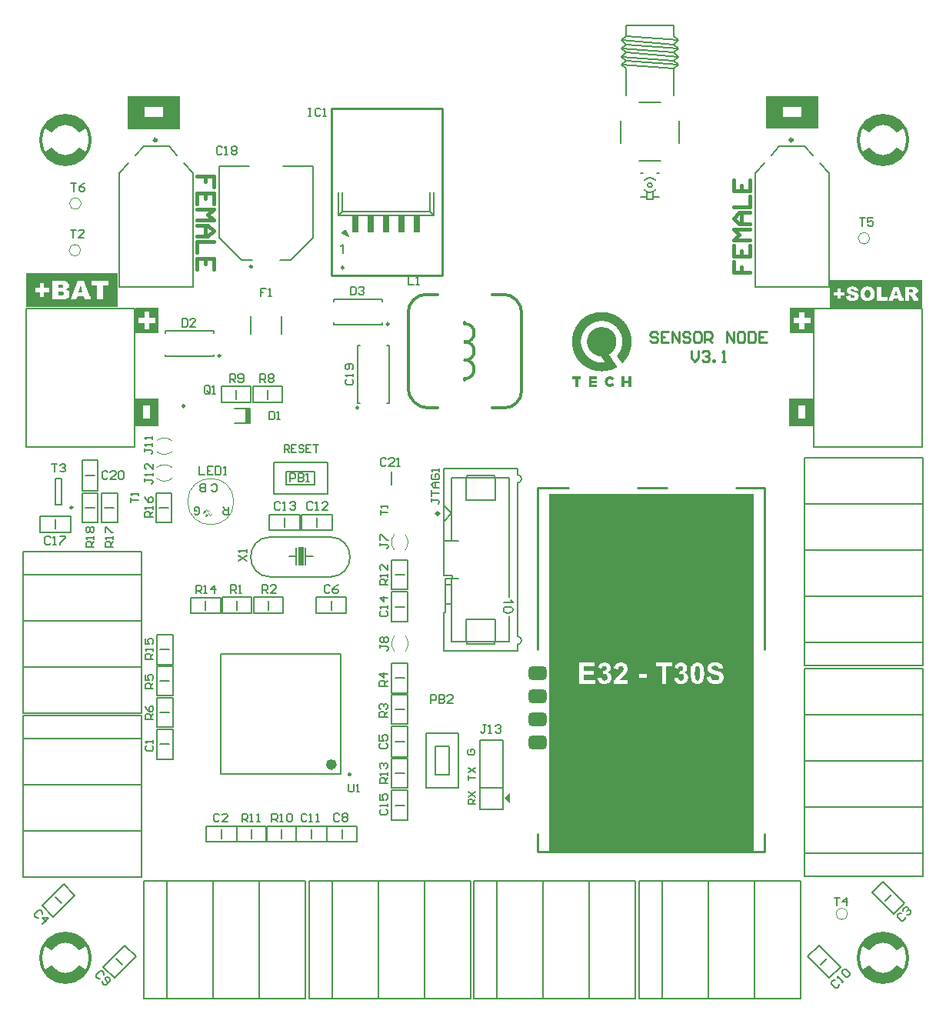
<source format=gto>
G04*
G04 #@! TF.GenerationSoftware,Altium Limited,Altium Designer,19.0.13 (425)*
G04*
G04 Layer_Color=65535*
%FSTAX24Y24*%
%MOIN*%
G70*
G01*
G75*
%ADD10C,0.0098*%
%ADD11C,0.0236*%
%ADD12C,0.0020*%
%ADD13C,0.0039*%
%ADD14C,0.0079*%
%ADD15C,0.0118*%
%ADD16C,0.0040*%
%ADD17C,0.0070*%
G04:AMPARAMS|DCode=18|XSize=78.7mil|YSize=59.1mil|CornerRadius=14.8mil|HoleSize=0mil|Usage=FLASHONLY|Rotation=180.000|XOffset=0mil|YOffset=0mil|HoleType=Round|Shape=RoundedRectangle|*
%AMROUNDEDRECTD18*
21,1,0.0787,0.0295,0,0,180.0*
21,1,0.0492,0.0591,0,0,180.0*
1,1,0.0295,-0.0246,0.0148*
1,1,0.0295,0.0246,0.0148*
1,1,0.0295,0.0246,-0.0148*
1,1,0.0295,-0.0246,-0.0148*
%
%ADD18ROUNDEDRECTD18*%
%ADD19C,0.0010*%
%ADD20C,0.0100*%
%ADD21C,0.0050*%
%ADD22C,0.0106*%
%ADD23C,0.0071*%
%ADD24C,0.0177*%
%ADD25C,0.0080*%
%ADD26C,0.0060*%
%ADD27R,0.0299X0.0740*%
%ADD28R,0.0217X0.0630*%
G36*
X0348Y02105D02*
X03505Y0208D01*
Y0213D01*
X0348Y02105D01*
D02*
G37*
G36*
X025854Y031123D02*
Y031913D01*
X026084D01*
Y031123D01*
X025854D01*
D02*
G37*
G36*
X02074Y05145D02*
Y05003D01*
X01847D01*
Y05145D01*
X02074D01*
D02*
G37*
G36*
X04839Y05004D02*
X04612D01*
Y05146D01*
X04839D01*
Y05004D01*
D02*
G37*
G36*
X04819Y038366D02*
Y03715D01*
X047135D01*
Y038366D01*
X04819D01*
D02*
G37*
G36*
X052914Y0423D02*
X04891D01*
Y04349D01*
X052914D01*
Y0423D01*
D02*
G37*
G36*
X045604Y034204D02*
Y018704D01*
X036734D01*
Y034204D01*
X045604D01*
D02*
G37*
G36*
X018035Y04233D02*
X01406D01*
Y043769D01*
X018035D01*
Y04233D01*
D02*
G37*
G36*
X019804Y038366D02*
Y03715D01*
X018749D01*
Y038366D01*
X019804D01*
D02*
G37*
G36*
X019804Y041191D02*
X018792D01*
Y042274D01*
X019804D01*
Y041191D01*
D02*
G37*
G36*
X04819Y041185D02*
X047178D01*
Y042268D01*
X04819D01*
Y041185D01*
D02*
G37*
%LPC*%
G36*
X020008Y050974D02*
X019202D01*
Y050544D01*
X020008D01*
Y050974D01*
D02*
G37*
G36*
X047658Y050984D02*
X046852D01*
Y050554D01*
X047658D01*
Y050984D01*
D02*
G37*
G36*
X04783Y03804D02*
X047529D01*
Y037476D01*
X04783D01*
Y03804D01*
D02*
G37*
G36*
X050152Y043204D02*
X049886D01*
X049853Y043203D01*
X049823Y043201D01*
X049798Y043197D01*
X049786Y043194D01*
X049776Y043192D01*
X049768Y04319D01*
X04976Y043188D01*
X049754Y043186D01*
X049748Y043184D01*
X049744Y043182D01*
X04974Y043181D01*
X049739Y04318D01*
X049738D01*
X04972Y04317D01*
X049703Y043161D01*
X049689Y04315D01*
X049678Y04314D01*
X049669Y04313D01*
X049663Y043122D01*
X049658Y043118D01*
X049657Y043116D01*
X049649Y0431D01*
X049642Y043085D01*
X049638Y04307D01*
X049634Y043057D01*
X049632Y043046D01*
X049631Y043036D01*
Y043031D01*
Y043029D01*
Y043028D01*
X049632Y043015D01*
X049633Y043003D01*
X049639Y042981D01*
X049647Y042962D01*
X049657Y042945D01*
X049666Y042931D01*
X049675Y042921D01*
X04968Y042916D01*
X049682Y042915D01*
Y042914D01*
X049693Y042905D01*
X049705Y042897D01*
X049732Y042883D01*
X04976Y042871D01*
X04979Y04286D01*
X049803Y042856D01*
X049815Y042852D01*
X049827Y042849D01*
X049837Y042846D01*
X049844Y042845D01*
X049851Y042843D01*
X049855Y042841D01*
X049856D01*
X049869Y042838D01*
X049881Y042835D01*
X049892Y042833D01*
X049902Y042829D01*
X049919Y042823D01*
X049932Y042817D01*
X04994Y042813D01*
X049947Y04281D01*
X04995Y042808D01*
X049951Y042806D01*
X049958Y0428D01*
X049963Y042792D01*
X049967Y042786D01*
X04997Y042779D01*
X049971Y042774D01*
X049972Y042769D01*
Y042766D01*
Y042765D01*
X049971Y042756D01*
X049969Y042747D01*
X049966Y04274D01*
X049961Y042733D01*
X049957Y042729D01*
X049954Y042724D01*
X049951Y042722D01*
X04995Y042721D01*
X049942Y042716D01*
X049932Y042711D01*
X049922Y042708D01*
X049912Y042706D01*
X049902Y042705D01*
X049896Y042704D01*
X049889D01*
X04987Y042705D01*
X049854Y042709D01*
X04984Y042715D01*
X049828Y042722D01*
X049819Y042729D01*
X049813Y042734D01*
X049808Y042739D01*
X049807Y04274D01*
X049802Y042749D01*
X049796Y042759D01*
X04979Y042781D01*
X049786Y04279D01*
X049785Y042798D01*
X049784Y042803D01*
Y042805D01*
X049608Y042793D01*
D01*
X04961Y042777D01*
X049614Y042761D01*
X049621Y042732D01*
X049632Y042706D01*
X049644Y042684D01*
X04965Y042675D01*
X049655Y042667D01*
X049661Y04266D01*
X049665Y042655D01*
X049668Y04265D01*
X049672Y042647D01*
X049673Y042645D01*
X049674Y042644D01*
X049686Y042634D01*
X0497Y042625D01*
X049715Y042616D01*
X049732Y04261D01*
X049767Y0426D01*
X049802Y042593D01*
X049819Y04259D01*
X049834Y042589D01*
X049849Y042588D01*
X049861Y042587D01*
X049872Y042586D01*
X049608D01*
X050152D01*
Y04279D01*
X050151Y042808D01*
X050149Y042825D01*
X050145Y042839D01*
X05014Y042852D01*
X050136Y042863D01*
X050132Y042872D01*
X050129Y042876D01*
X050128Y042879D01*
X050119Y042893D01*
X050107Y042906D01*
X050093Y042917D01*
X050081Y042927D01*
X050069Y042934D01*
X050061Y04294D01*
X050054Y042943D01*
X050053Y042944D01*
X050052D01*
X050041Y04295D01*
X050029Y042954D01*
X050003Y042964D01*
X049973Y042974D01*
X049945Y042981D01*
X049932Y042985D01*
X049919Y042988D01*
X049907Y042991D01*
X049897Y042993D01*
X049889Y042996D01*
X049882Y042997D01*
X049878Y042998D01*
X049877D01*
X049861Y043001D01*
X049848Y043005D01*
X049837Y043009D01*
X049829Y043012D01*
X049822Y043015D01*
X049819Y043017D01*
X049817Y04302D01*
X049816D01*
X049811Y043024D01*
X049808Y043028D01*
X049805Y043037D01*
X049803Y043044D01*
Y043045D01*
Y043046D01*
X049804Y043052D01*
X049805Y043059D01*
X04981Y04307D01*
X049816Y043076D01*
X049817Y043078D01*
X049818Y043079D01*
X049825Y043083D01*
X049832Y043087D01*
X049849Y043091D01*
X049856Y043092D01*
X049862Y043093D01*
X049867D01*
X049881Y043092D01*
X049893Y04309D01*
X049904Y043087D01*
X049913Y043084D01*
X04992Y04308D01*
X049924Y043078D01*
X049927Y043075D01*
X049928Y043074D01*
X049936Y043067D01*
X049943Y043057D01*
X049947Y043047D01*
X049951Y043038D01*
X049955Y043029D01*
X049957Y043022D01*
X049958Y043017D01*
Y043015D01*
X050133Y043025D01*
X050129Y043041D01*
X050126Y043058D01*
X050122Y043072D01*
X050116Y043085D01*
X050111Y043097D01*
X050104Y043109D01*
X050099Y043119D01*
X050092Y043128D01*
X05008Y043142D01*
X05007Y043153D01*
X050063Y043158D01*
X050062Y043161D01*
X050061D01*
X050049Y043168D01*
X050036Y043175D01*
X050008Y043186D01*
X049979Y043193D01*
X04995Y043199D01*
X049937Y043201D01*
X049925Y043202D01*
X049914Y043203D01*
X049904D01*
X049897Y043204D01*
X050152D01*
D02*
G37*
G36*
X049525Y043118D02*
D01*
Y042961D01*
X049368D01*
Y043118D01*
X049235D01*
Y042961D01*
X049079D01*
Y042828D01*
X049235D01*
Y042672D01*
X049079D01*
X049525D01*
Y043118D01*
D02*
G37*
G36*
X051417Y043194D02*
D01*
Y042743D01*
X051127D01*
Y043194D01*
X050943D01*
Y042596D01*
X051417D01*
Y043194D01*
D02*
G37*
G36*
X052745Y043194D02*
D01*
Y042596D01*
X052654Y042768D01*
X052651Y042774D01*
X052648Y042779D01*
X052639Y042792D01*
X052635Y042797D01*
X052631Y042801D01*
X052629Y042804D01*
X052628Y042805D01*
X052622Y042814D01*
X052615Y042821D01*
X052611Y042826D01*
X052606Y042831D01*
X052603Y042834D01*
X052601Y042836D01*
X052599Y042837D01*
X052592Y042841D01*
X052584Y042845D01*
X052569Y042852D01*
X052561Y042855D01*
X052556Y042857D01*
X052552Y042859D01*
X052551D01*
X052565Y042863D01*
X052578Y042867D01*
X052589Y042871D01*
X052599Y042874D01*
X052605Y042878D01*
X052611Y042881D01*
X052614Y042882D01*
X052615Y042883D01*
X052628Y042892D01*
X05264Y042902D01*
X05265Y042911D01*
X052659Y04292D01*
X052665Y042929D01*
X052671Y042935D01*
X052673Y04294D01*
X052674Y042941D01*
X052682Y042955D01*
X052687Y04297D01*
X05269Y042985D01*
X052694Y042998D01*
X052695Y04301D01*
X052696Y043019D01*
Y043025D01*
Y043027D01*
X052695Y043048D01*
X052691Y043067D01*
X052687Y043083D01*
X052682Y043097D01*
X052676Y043109D01*
X052672Y043118D01*
X052669Y043122D01*
X052667Y043125D01*
X052657Y043139D01*
X052645Y04315D01*
X052632Y04316D01*
X05262Y043167D01*
X052611Y043173D01*
X052602Y043176D01*
X052596Y043178D01*
X052594Y043179D01*
X052576Y043185D01*
X052555Y043188D01*
X052533Y043191D01*
X052512Y043192D01*
X052493Y043193D01*
X052485Y043194D01*
X052155D01*
Y042596D01*
X052745D01*
Y043194D01*
D02*
G37*
G36*
X052094D02*
D01*
Y042596D01*
X051868Y043194D01*
X051665Y043194D01*
X051441Y042596D01*
X052094Y042596D01*
Y043194D01*
D02*
G37*
G36*
X050546Y043204D02*
X050532D01*
X050505Y043203D01*
X05048Y043201D01*
X050456Y043197D01*
X050434Y043191D01*
X050414Y043186D01*
X050395Y043178D01*
X050378Y043172D01*
X050362Y043164D01*
X050349Y043156D01*
X050337Y043149D01*
X050327Y043141D01*
X050319Y043135D01*
X050312Y04313D01*
X050308Y043126D01*
X050304Y043123D01*
X050303Y043122D01*
X050289Y043106D01*
X050277Y04309D01*
X050266Y043071D01*
X050256Y043052D01*
X050249Y043033D01*
X050242Y043014D01*
X050237Y042996D01*
X050232Y042977D01*
X050229Y042961D01*
X050227Y042944D01*
X050225Y04293D01*
X050223Y042918D01*
Y042908D01*
X050222Y0429D01*
Y042894D01*
X050225Y042857D01*
X050229Y042823D01*
X050232Y042806D01*
X050236Y042792D01*
X050239Y042779D01*
X050243Y042767D01*
X050246Y042756D01*
X05025Y042746D01*
X050253Y042739D01*
X050256Y042732D01*
X05026Y042727D01*
X050261Y042722D01*
X050263Y04272D01*
Y042719D01*
X050279Y042695D01*
X050298Y042674D01*
X050315Y042656D01*
X050333Y042643D01*
X050348Y042632D01*
X05036Y042624D01*
X050364Y042621D01*
X050368Y042618D01*
X05037Y042617D01*
X050371D01*
X050397Y042606D01*
X050426Y042599D01*
X050453Y042593D01*
X050479Y04259D01*
X050492Y042588D01*
X050503D01*
X050513Y042587D01*
X050522Y042586D01*
X050222D01*
X050843D01*
Y042899D01*
X050842Y042926D01*
X05084Y042951D01*
X050836Y042974D01*
X05083Y042996D01*
X050825Y043015D01*
X050817Y043034D01*
X05081Y04305D01*
X050803Y043066D01*
X050795Y043079D01*
X050787Y043091D01*
X05078Y0431D01*
X050774Y043109D01*
X050769Y043115D01*
X050765Y04312D01*
X050762Y043122D01*
X050761Y043123D01*
X050745Y043138D01*
X050728Y04315D01*
X05071Y043161D01*
X050691Y04317D01*
X050673Y043178D01*
X050653Y043185D01*
X050634Y04319D01*
X050616Y043194D01*
X050599Y043198D01*
X050583Y0432D01*
X050569Y043202D01*
X050556Y043203D01*
X050546Y043204D01*
D02*
G37*
%LPD*%
G36*
X050152Y042586D02*
X049886D01*
X049917Y042587D01*
X049945Y042589D01*
X04997Y042593D01*
X049991Y042598D01*
X049999Y0426D01*
X050007Y042602D01*
X050015Y042604D01*
X05002Y042606D01*
X050025Y042608D01*
X050028Y042609D01*
X050029Y04261D01*
X05003D01*
X050051Y042621D01*
X050068Y042632D01*
X050084Y042644D01*
X050097Y042656D01*
X050107Y042667D01*
X050114Y042675D01*
X050119Y042681D01*
X05012Y042683D01*
X050131Y042702D01*
X050138Y04272D01*
X050145Y042739D01*
X050148Y042755D01*
X05015Y042769D01*
X050152Y04278D01*
Y042586D01*
D02*
G37*
G36*
X049525Y042672D02*
X049368D01*
Y042828D01*
X049525D01*
Y042672D01*
D02*
G37*
G36*
X052439Y043072D02*
X052454Y043071D01*
X052466Y043068D01*
X052476Y043066D01*
X052483Y043062D01*
X052488Y043059D01*
X05249Y043058D01*
X052491Y043057D01*
X052498Y04305D01*
X052502Y043044D01*
X052506Y043036D01*
X052508Y043029D01*
X052509Y043023D01*
X05251Y043017D01*
Y043014D01*
Y043013D01*
Y043005D01*
X052508Y042999D01*
X052505Y042988D01*
X052502Y042984D01*
X0525Y042981D01*
X052499Y042979D01*
X052498Y042978D01*
X052494Y042973D01*
X052488Y042968D01*
X052478Y042963D01*
X052474Y042962D01*
X052471Y042961D01*
X052469Y042959D01*
X052467D01*
X052455Y042957D01*
X052444Y042955D01*
X052436Y042954D01*
X052429Y042953D01*
X052425Y042952D01*
X052341D01*
Y043073D01*
X052422D01*
X052439Y043072D01*
D02*
G37*
G36*
X052366Y042837D02*
X052375Y042836D01*
X052382Y042834D01*
X052389Y042832D01*
X052394Y042828D01*
X052399Y042826D01*
X052401Y042825D01*
X052402Y042824D01*
X052407Y042818D01*
X052414Y042812D01*
X052425Y042797D01*
X052429Y04279D01*
X052432Y042784D01*
X052435Y042779D01*
X052436Y042778D01*
X052535Y042596D01*
X052341D01*
Y042838D01*
X052356D01*
X052366Y042837D01*
D02*
G37*
G36*
X05183Y042824D02*
X051699Y042824D01*
X051765Y043038D01*
X05183Y042824D01*
D02*
G37*
G36*
X051899Y042596D02*
X05163Y042596D01*
X05166Y042694D01*
X05187Y042694D01*
X051899Y042596D01*
D02*
G37*
G36*
X050551Y043062D02*
X05057Y043058D01*
X050586Y043052D01*
X050599Y043045D01*
X050609Y043037D01*
X050617Y043032D01*
X050622Y043027D01*
X050624Y043025D01*
X050636Y043009D01*
X050644Y042989D01*
X05065Y042968D01*
X050654Y042949D01*
X050656Y04293D01*
X050657Y042922D01*
X050659Y042916D01*
Y042909D01*
Y042905D01*
Y042903D01*
Y042902D01*
Y042883D01*
X050657Y042867D01*
X050655Y042851D01*
X050653Y042837D01*
X050651Y042825D01*
X050648Y042813D01*
X050644Y042803D01*
X050642Y042794D01*
X050639Y042787D01*
X050636Y04278D01*
X050632Y042775D01*
X05063Y04277D01*
X050626Y042765D01*
X050625Y042763D01*
X050612Y04275D01*
X050596Y042741D01*
X050581Y042734D01*
X050567Y042729D01*
X050554Y042727D01*
X050543Y042726D01*
X050538Y042724D01*
X050533D01*
X050512Y042727D01*
X050493Y042731D01*
X050477Y042737D01*
X050464Y042744D01*
X050454Y042752D01*
X050446Y042757D01*
X050441Y042762D01*
X05044Y042764D01*
X050434Y042771D01*
X050429Y04278D01*
X050421Y042801D01*
X050415Y042823D01*
X050412Y042844D01*
X050409Y042863D01*
X050408Y042872D01*
Y04288D01*
X050407Y042885D01*
Y04289D01*
Y042893D01*
Y042894D01*
Y04291D01*
X050408Y042926D01*
X05041Y04294D01*
X050413Y042953D01*
X050415Y042964D01*
X050418Y042975D01*
X050421Y042985D01*
X050425Y042993D01*
X05043Y043006D01*
X050436Y043016D01*
X05044Y043022D01*
X050441Y043024D01*
X050454Y043037D01*
X050469Y043047D01*
X050485Y043055D01*
X050499Y043059D01*
X050511Y043062D01*
X050522Y043063D01*
X050528Y043064D01*
X050531D01*
X050551Y043062D01*
D02*
G37*
G36*
X050843Y042586D02*
X050538D01*
X050574Y042587D01*
X050607Y042591D01*
X050636Y042598D01*
X050648Y042601D01*
X05066Y042604D01*
X050671Y042608D01*
X050679Y042611D01*
X050687Y042614D01*
X050693Y042617D01*
X050699Y04262D01*
X050702Y042622D01*
X050704Y042623D01*
X050706D01*
X05073Y042638D01*
X050749Y042655D01*
X050767Y042672D01*
X050781Y042688D01*
X050793Y042704D01*
X050801Y042716D01*
X050804Y04272D01*
X050806Y042723D01*
X050807Y042726D01*
Y042727D01*
X050819Y042754D01*
X050828Y042782D01*
X050834Y042811D01*
X050839Y042838D01*
X05084Y042851D01*
X050841Y042862D01*
X050842Y042873D01*
X050843Y042882D01*
Y042586D01*
D02*
G37*
%LPC*%
G36*
X044301Y026925D02*
X043927D01*
X043889Y026924D01*
X043855Y02692D01*
X043824Y026914D01*
X043798Y026909D01*
X043786Y026905D01*
X043776Y026903D01*
X043768Y0269D01*
X04376Y026897D01*
X043755Y026895D01*
X043751Y026893D01*
X043748Y026892D01*
X043747D01*
X043721Y026879D01*
X043698Y026865D01*
X043679Y026849D01*
X043663Y026834D01*
X04365Y026821D01*
X043642Y026811D01*
X043635Y026803D01*
X043634Y026802D01*
Y0268D01*
X043621Y026778D01*
X043612Y026754D01*
X043605Y026732D01*
X043601Y026712D01*
X043599Y026695D01*
X043596Y026682D01*
Y026677D01*
Y026673D01*
Y026672D01*
Y02667D01*
X043597Y026651D01*
X0436Y026631D01*
X043604Y026614D01*
X043609Y026597D01*
X043622Y026565D01*
X043638Y026538D01*
X043645Y026526D01*
X043652Y026517D01*
X043659Y026508D01*
X043666Y0265D01*
X043671Y026495D01*
X043675Y026491D01*
X043677Y026488D01*
X043679Y026487D01*
X043691Y026477D01*
X043705Y026468D01*
X043719Y026459D01*
X043736Y026451D01*
X043769Y026435D01*
X043803Y026422D01*
X04382Y026417D01*
X043835Y026412D01*
X043849Y026408D01*
X043861Y026404D01*
X04387Y026401D01*
X043878Y026399D01*
X043883Y026397D01*
X043885D01*
X043906Y026392D01*
X043924Y026387D01*
X043941Y026383D01*
X043957Y026379D01*
X04397Y026375D01*
X043982Y026373D01*
X043992Y026369D01*
X044001Y026366D01*
X044009Y026365D01*
X044016Y026362D01*
X044025Y026359D01*
X04403Y026357D01*
X044032D01*
X044049Y02635D01*
X044062Y026344D01*
X044074Y026337D01*
X044083Y026331D01*
X044089Y026325D01*
X044093Y026321D01*
X044096Y026319D01*
X044097Y026317D01*
X044104Y026308D01*
X044109Y026299D01*
X044112Y02629D01*
X044114Y026282D01*
X044116Y026274D01*
X044117Y026268D01*
Y026264D01*
Y026262D01*
X044116Y026244D01*
X04411Y026228D01*
X044102Y026212D01*
X044095Y026199D01*
X044085Y026189D01*
X044079Y026181D01*
X044074Y026176D01*
X044071Y026174D01*
X044053Y026163D01*
X044032Y026153D01*
X044009Y026147D01*
X043988Y026143D01*
X043969Y02614D01*
X043953Y026138D01*
X043938D01*
X043908Y026139D01*
X043882Y026144D01*
X04386Y026151D01*
X04384Y026159D01*
X043824Y026167D01*
X043814Y026173D01*
X043807Y026178D01*
X043805Y02618D01*
X043788Y026198D01*
X043774Y026218D01*
X043763Y02624D01*
X043755Y026262D01*
X043748Y026282D01*
X043743Y026298D01*
X043742Y026303D01*
Y026308D01*
X04374Y026311D01*
Y026312D01*
X043562Y026295D01*
X043566Y026268D01*
X043571Y026241D01*
X043579Y026216D01*
X043586Y026194D01*
X043595Y026173D01*
X043604Y026153D01*
X043613Y026136D01*
X043622Y026121D01*
X043631Y026107D01*
X043641Y026096D01*
X043649Y026085D01*
X043656Y026076D01*
X043662Y026069D01*
X043667Y026066D01*
X04367Y026063D01*
X043671Y026062D01*
X043689Y026047D01*
X043709Y026035D01*
X04373Y026025D01*
X043752Y026016D01*
X043773Y026009D01*
X043795Y026003D01*
X043839Y025993D01*
X043858Y025989D01*
X043877Y025987D01*
X043893Y025985D01*
X043907Y025984D01*
X043919Y025983D01*
X043936D01*
X043978Y025984D01*
X044016Y025988D01*
X04405Y025993D01*
X044064Y025996D01*
X044079Y026D01*
X044091Y026003D01*
X044101Y026005D01*
X04411Y026008D01*
X044118Y02601D01*
X044125Y026013D01*
X044129Y026014D01*
X044131Y026016D01*
X044133D01*
X044162Y02603D01*
X044185Y026046D01*
X044207Y026062D01*
X044225Y026079D01*
X044238Y026093D01*
X044248Y026106D01*
X044253Y026114D01*
X044256Y026115D01*
Y026117D01*
X04427Y026143D01*
X044282Y026168D01*
X04429Y026193D01*
X044295Y026216D01*
X044298Y026235D01*
X044299Y026244D01*
X044301Y026251D01*
Y026264D01*
X044299Y026295D01*
X044295Y026323D01*
X044289Y026348D01*
X044282Y026369D01*
X044276Y026386D01*
X044269Y026397D01*
X044265Y026405D01*
X044264Y026408D01*
X044249Y026429D01*
X044232Y026447D01*
X044215Y026463D01*
X0442Y026476D01*
X044185Y026487D01*
X044173Y026495D01*
X044165Y0265D01*
X044164Y026501D01*
X044163D01*
X04415Y026508D01*
X044137Y026514D01*
X044105Y026526D01*
X044072Y026537D01*
X044041Y026547D01*
X044026Y026551D01*
X044012Y026555D01*
X043999Y026559D01*
X043988Y026561D01*
X043979Y026564D01*
X043973Y026565D01*
X043967Y026567D01*
X043966D01*
X043942Y026573D01*
X043921Y026579D01*
X043902Y026584D01*
X043883Y026589D01*
X043869Y026594D01*
X043855Y026599D01*
X043843Y026605D01*
X043832Y026609D01*
X043823Y026613D01*
X043816Y026617D01*
X04381Y026619D01*
X043806Y026622D01*
X043799Y026626D01*
X043798Y026627D01*
X043789Y026636D01*
X043782Y026645D01*
X043778Y026655D01*
X043776Y026664D01*
X043773Y02667D01*
X043772Y026677D01*
Y026681D01*
Y026682D01*
X043773Y026695D01*
X043776Y026706D01*
X043781Y026716D01*
X043786Y026724D01*
X043792Y026731D01*
X043797Y026735D01*
X043799Y026737D01*
X043801Y026739D01*
X043819Y02675D01*
X043839Y026758D01*
X04386Y026765D01*
X043879Y026769D01*
X043896Y026771D01*
X043911Y026773D01*
X043924D01*
X043952Y026771D01*
X043975Y026767D01*
X043995Y026762D01*
X044011Y026757D01*
X044024Y026752D01*
X044033Y026746D01*
X044038Y026742D01*
X04404Y026741D01*
X044053Y026728D01*
X044064Y026712D01*
X044074Y026697D01*
X04408Y02668D01*
X044085Y026665D01*
X044088Y026653D01*
X044091Y026644D01*
Y026643D01*
Y026641D01*
X044274Y026648D01*
X044273Y026672D01*
X044269Y026693D01*
X044264Y026714D01*
X044257Y026732D01*
X044251Y02675D01*
X044243Y026767D01*
X044235Y026782D01*
X044227Y026796D01*
X044218Y026808D01*
X04421Y026819D01*
X044202Y026828D01*
X044196Y026836D01*
X04419Y026841D01*
X044186Y026845D01*
X044184Y026847D01*
X044183Y026849D01*
X044165Y026862D01*
X044147Y026874D01*
X044127Y026884D01*
X044106Y026893D01*
X044085Y0269D01*
X044064Y026906D01*
X044022Y026916D01*
X044003Y026918D01*
X043986Y026921D01*
X043969Y026922D01*
X043954Y026924D01*
X043942Y026925D01*
X044301D01*
D02*
G37*
G36*
X043172Y026913D02*
X043159D01*
X043136Y026912D01*
X043113Y026909D01*
X043091Y026904D01*
X043071Y026899D01*
X043053Y026891D01*
X043036Y026883D01*
X043021Y026875D01*
X043007Y026866D01*
X042995Y026857D01*
X042983Y026849D01*
X042974Y026841D01*
X042968Y026833D01*
X042961Y026828D01*
X042957Y026823D01*
X042954Y02682D01*
X042953Y026819D01*
X042937Y026796D01*
X042924Y02677D01*
X042913Y026742D01*
X042902Y026714D01*
X042894Y026683D01*
X042886Y026652D01*
X042881Y026622D01*
X042876Y026592D01*
X042873Y026563D01*
X042871Y026537D01*
X042868Y026512D01*
X042867Y026491D01*
X042865Y026474D01*
Y026913D01*
D01*
Y025983D01*
X043454D01*
X043159D01*
X043183Y025984D01*
X043205Y025987D01*
X043227Y025992D01*
X043247Y025997D01*
X043265Y026004D01*
X043282Y026012D01*
X043297Y026021D01*
X043311Y02603D01*
X043323Y026038D01*
X043335Y026047D01*
X043344Y026055D01*
X043352Y026062D01*
X043357Y026067D01*
X043361Y026072D01*
X043364Y026075D01*
X043365Y026076D01*
X043381Y026098D01*
X043394Y026125D01*
X043407Y026152D01*
X043416Y026182D01*
X043425Y026212D01*
X043432Y026243D01*
X043439Y026274D01*
X043444Y026304D01*
X043446Y026333D01*
X043449Y026359D01*
X043452Y026384D01*
X043453Y026405D01*
X043454Y026422D01*
Y026449D01*
Y026447D01*
X043453Y026495D01*
X04345Y026538D01*
X043446Y026577D01*
X04344Y026614D01*
X043433Y026648D01*
X043427Y026678D01*
X043418Y026706D01*
X04341Y026729D01*
X043402Y026752D01*
X043394Y026769D01*
X043386Y026784D01*
X04338Y026798D01*
X043373Y026807D01*
X043369Y026813D01*
X043366Y026817D01*
X043365Y026819D01*
X043351Y026836D01*
X043335Y02685D01*
X043318Y026862D01*
X043301Y026874D01*
X043284Y026883D01*
X043267Y026889D01*
X043251Y026896D01*
X043234Y026901D01*
X043218Y026905D01*
X043205Y026908D01*
X043192Y02691D01*
X043181Y026912D01*
X043172Y026913D01*
D02*
G37*
G36*
X040968Y026417D02*
X040626D01*
Y026243D01*
X040968D01*
Y026417D01*
D02*
G37*
G36*
X042457Y026913D02*
X042445D01*
X042418Y026912D01*
X042393Y026909D01*
X042369Y026904D01*
X04235Y026899D01*
X042334Y026893D01*
X042321Y026888D01*
X042313Y026886D01*
X042312Y026884D01*
X04231D01*
X042289Y026872D01*
X04227Y026859D01*
X042254Y026846D01*
X042241Y026834D01*
X04223Y026823D01*
X042222Y026813D01*
X042217Y026808D01*
X042216Y026805D01*
X042204Y026786D01*
X042194Y026765D01*
X042186Y026742D01*
X042178Y026722D01*
X042173Y026702D01*
X042169Y026687D01*
X042167Y026681D01*
Y026677D01*
X042166Y026674D01*
Y026673D01*
X042326Y026647D01*
X04233Y026668D01*
X042335Y026686D01*
X04234Y026702D01*
X042347Y026714D01*
X042354Y026724D01*
X042359Y026732D01*
X042363Y026736D01*
X042364Y026737D01*
X042376Y026748D01*
X042389Y026756D01*
X042402Y026761D01*
X042414Y026765D01*
X042424Y026767D01*
X042432Y026769D01*
X04244D01*
X042456Y026767D01*
X042472Y026765D01*
X042483Y02676D01*
X042494Y026756D01*
X042503Y02675D01*
X042508Y026745D01*
X042512Y026742D01*
X042514Y026741D01*
X042523Y026731D01*
X042529Y026718D01*
X042535Y026706D01*
X042537Y026694D01*
X04254Y026683D01*
X042541Y026676D01*
Y02667D01*
Y026668D01*
X04254Y026648D01*
X042536Y026631D01*
X042529Y026617D01*
X042523Y026605D01*
X042515Y026594D01*
X04251Y026588D01*
X042504Y026582D01*
X042503Y026581D01*
X042487Y026571D01*
X04247Y026563D01*
X042452Y026558D01*
X042435Y026554D01*
X042419Y026552D01*
X042406Y026551D01*
X042394D01*
X042376Y026411D01*
X042393Y026414D01*
X042407Y026418D01*
X042422Y026421D01*
X042434Y026422D01*
X042443Y026424D01*
X042456D01*
X042474Y026422D01*
X04249Y026417D01*
X042504Y026412D01*
X042518Y026404D01*
X042527Y026397D01*
X042535Y026391D01*
X04254Y026386D01*
X042541Y026384D01*
X042553Y026369D01*
X042562Y026352D01*
X042569Y026334D01*
X042574Y026317D01*
X042577Y026302D01*
X042578Y02629D01*
Y026282D01*
Y026281D01*
Y026279D01*
X042577Y026254D01*
X042573Y026232D01*
X042566Y026212D01*
X04256Y026197D01*
X042552Y026185D01*
X042546Y026176D01*
X042541Y026169D01*
X04254Y026168D01*
X042525Y026155D01*
X04251Y026144D01*
X042495Y026138D01*
X042481Y026132D01*
X042468Y02613D01*
X042459Y026128D01*
X042452Y026127D01*
X042449D01*
X042431Y026128D01*
X042415Y026132D01*
X042401Y026138D01*
X042388Y026144D01*
X042379Y026149D01*
X042371Y026155D01*
X042365Y026159D01*
X042364Y02616D01*
X042352Y026174D01*
X042342Y02619D01*
X042335Y026207D01*
X042329Y026223D01*
X042325Y026237D01*
X042322Y026249D01*
X042321Y026257D01*
Y026258D01*
Y02626D01*
X042153Y026239D01*
X042155Y026218D01*
X042161Y026198D01*
X042173Y026161D01*
X042187Y02613D01*
X042196Y026117D01*
X042204Y026104D01*
X042212Y026092D01*
X04222Y026083D01*
X042226Y026073D01*
X042233Y026067D01*
X042238Y026062D01*
X042242Y026058D01*
X042245Y026055D01*
X042246Y026054D01*
X042262Y026042D01*
X042279Y02603D01*
X042295Y026021D01*
X042313Y026013D01*
X042347Y026D01*
X042379Y025992D01*
X042394Y025989D01*
X042407Y025987D01*
X042419Y025985D01*
X04243Y025984D01*
X042439Y025983D01*
X042153D01*
X042756D01*
D01*
X042451D01*
X042474Y025984D01*
X042498Y025987D01*
X042519Y025991D01*
X04254Y025996D01*
X042558Y026003D01*
X042577Y026009D01*
X042594Y026017D01*
X042608Y026025D01*
X042621Y026033D01*
X042634Y026041D01*
X042644Y026047D01*
X042653Y026054D01*
X042659Y026059D01*
X042665Y026063D01*
X042667Y026066D01*
X042668Y026067D01*
X042684Y026083D01*
X042697Y0261D01*
X042709Y026117D01*
X04272Y026134D01*
X042728Y026152D01*
X042735Y026169D01*
X042746Y026201D01*
X042748Y026215D01*
X042751Y02623D01*
X042754Y026241D01*
X042755Y026252D01*
X042756Y02626D01*
Y026271D01*
X042754Y026302D01*
X042748Y026328D01*
X042742Y026353D01*
X042733Y026373D01*
X042724Y02639D01*
X042717Y026401D01*
X042712Y026409D01*
X042709Y026412D01*
X042691Y026432D01*
X04267Y026449D01*
X042649Y026462D01*
X042629Y026472D01*
X042612Y02648D01*
X042598Y026484D01*
X042592Y026487D01*
X042588D01*
X042586Y026488D01*
X042585D01*
X042608Y026502D01*
X042628Y026517D01*
X042645Y026533D01*
X042661Y026548D01*
X042674Y026564D01*
X042684Y02658D01*
X042692Y026596D01*
X0427Y02661D01*
X042705Y026624D01*
X042709Y026638D01*
X042712Y026649D01*
X042713Y02666D01*
X042714Y026668D01*
X042716Y026674D01*
Y026678D01*
Y02668D01*
X042714Y026695D01*
X042713Y02671D01*
X042705Y026739D01*
X042696Y026765D01*
X042684Y026787D01*
X042672Y026805D01*
X042662Y026819D01*
X042658Y026824D01*
X042654Y026828D01*
X042653Y026829D01*
X042651Y02683D01*
X042637Y026845D01*
X04262Y026858D01*
X042604Y026868D01*
X042587Y026878D01*
X042569Y026887D01*
X042552Y026893D01*
X042519Y026903D01*
X042504Y026906D01*
X04249Y026909D01*
X042478Y02691D01*
X042466Y026912D01*
X042457Y026913D01*
D02*
G37*
G36*
X039142Y026913D02*
X03913D01*
X039102Y026912D01*
X039078Y026909D01*
X039054Y026904D01*
X039034Y026899D01*
X039018Y026893D01*
X039005Y026888D01*
X038997Y026886D01*
X038996Y026884D01*
X038995D01*
X038974Y026872D01*
X038954Y026859D01*
X038938Y026846D01*
X038925Y026834D01*
X038915Y026823D01*
X038907Y026813D01*
X038902Y026808D01*
X0389Y026805D01*
X038889Y026786D01*
X038878Y026765D01*
X03887Y026742D01*
X038862Y026722D01*
X038857Y026702D01*
X038853Y026687D01*
X038852Y026681D01*
Y026677D01*
X038851Y026674D01*
Y026673D01*
X039011Y026647D01*
X039015Y026668D01*
X03902Y026686D01*
X039025Y026702D01*
X039032Y026714D01*
X039038Y026724D01*
X039043Y026732D01*
X039047Y026736D01*
X039049Y026737D01*
X03906Y026748D01*
X039074Y026756D01*
X039087Y026761D01*
X039099Y026765D01*
X039109Y026767D01*
X039117Y026769D01*
X039125D01*
X039141Y026767D01*
X039156Y026765D01*
X039168Y02676D01*
X039179Y026756D01*
X039188Y02675D01*
X039193Y026745D01*
X039197Y026742D01*
X039198Y026741D01*
X039207Y026731D01*
X039214Y026718D01*
X039219Y026706D01*
X039222Y026694D01*
X039224Y026683D01*
X039226Y026676D01*
Y02667D01*
Y026668D01*
X039224Y026648D01*
X039221Y026631D01*
X039214Y026617D01*
X039207Y026605D01*
X0392Y026594D01*
X039194Y026588D01*
X039189Y026582D01*
X039188Y026581D01*
X039172Y026571D01*
X039155Y026563D01*
X039137Y026558D01*
X03912Y026554D01*
X039104Y026552D01*
X039091Y026551D01*
X039079D01*
X03906Y026411D01*
X039078Y026414D01*
X039092Y026418D01*
X039106Y026421D01*
X039118Y026422D01*
X039127Y026424D01*
X039141D01*
X039159Y026422D01*
X039175Y026417D01*
X039189Y026412D01*
X039202Y026404D01*
X039211Y026397D01*
X039219Y026391D01*
X039224Y026386D01*
X039226Y026384D01*
X039238Y026369D01*
X039247Y026352D01*
X039253Y026334D01*
X039259Y026317D01*
X039261Y026302D01*
X039263Y02629D01*
Y026282D01*
Y026281D01*
Y026279D01*
X039261Y026254D01*
X039257Y026232D01*
X039251Y026212D01*
X039244Y026197D01*
X039236Y026185D01*
X039231Y026176D01*
X039226Y026169D01*
X039224Y026168D01*
X03921Y026155D01*
X039194Y026144D01*
X03918Y026138D01*
X039165Y026132D01*
X039152Y02613D01*
X039143Y026128D01*
X039137Y026127D01*
X039134D01*
X039116Y026128D01*
X0391Y026132D01*
X039085Y026138D01*
X039072Y026144D01*
X039063Y026149D01*
X039055Y026155D01*
X03905Y026159D01*
X039049Y02616D01*
X039037Y026174D01*
X039026Y02619D01*
X03902Y026207D01*
X039013Y026223D01*
X039009Y026237D01*
X039007Y026249D01*
X039005Y026257D01*
Y026258D01*
Y02626D01*
X038837Y026239D01*
X03884Y026218D01*
X038845Y026198D01*
X038857Y026161D01*
X038872Y02613D01*
X038881Y026117D01*
X038889Y026104D01*
X038896Y026092D01*
X038904Y026083D01*
X038911Y026073D01*
X038917Y026067D01*
X038923Y026062D01*
X038927Y026058D01*
X038929Y026055D01*
X038931Y026054D01*
X038946Y026042D01*
X038963Y02603D01*
X038979Y026021D01*
X038997Y026013D01*
X039032Y026D01*
X039063Y025992D01*
X039079Y025989D01*
X039092Y025987D01*
X039104Y025985D01*
X039114Y025984D01*
X039123Y025983D01*
X038837D01*
X039441D01*
D01*
X039135D01*
X039159Y025984D01*
X039182Y025987D01*
X039203Y025991D01*
X039224Y025996D01*
X039243Y026003D01*
X039261Y026009D01*
X039278Y026017D01*
X039293Y026025D01*
X039306Y026033D01*
X039319Y026041D01*
X039328Y026047D01*
X039337Y026054D01*
X039344Y026059D01*
X039349Y026063D01*
X039352Y026066D01*
X039353Y026067D01*
X039369Y026083D01*
X039382Y0261D01*
X039394Y026117D01*
X039404Y026134D01*
X039412Y026152D01*
X03942Y026169D01*
X03943Y026201D01*
X039433Y026215D01*
X039436Y02623D01*
X039438Y026241D01*
X03944Y026252D01*
X039441Y02626D01*
Y026271D01*
X039438Y026302D01*
X039433Y026328D01*
X039427Y026353D01*
X039417Y026373D01*
X039408Y02639D01*
X039402Y026401D01*
X039396Y026409D01*
X039394Y026412D01*
X039375Y026432D01*
X039354Y026449D01*
X039333Y026462D01*
X039314Y026472D01*
X039297Y02648D01*
X039282Y026484D01*
X039277Y026487D01*
X039273D01*
X03927Y026488D01*
X039269D01*
X039293Y026502D01*
X039312Y026517D01*
X039329Y026533D01*
X039345Y026548D01*
X039358Y026564D01*
X039369Y02658D01*
X039377Y026596D01*
X039385Y02661D01*
X03939Y026624D01*
X039394Y026638D01*
X039396Y026649D01*
X039398Y02666D01*
X039399Y026668D01*
X0394Y026674D01*
Y026678D01*
Y02668D01*
X039399Y026695D01*
X039398Y02671D01*
X03939Y026739D01*
X039381Y026765D01*
X039369Y026787D01*
X039357Y026805D01*
X039346Y026819D01*
X039343Y026824D01*
X039339Y026828D01*
X039337Y026829D01*
X039336Y02683D01*
X039322Y026845D01*
X039304Y026858D01*
X039289Y026868D01*
X039272Y026878D01*
X039253Y026887D01*
X039236Y026893D01*
X039203Y026903D01*
X039189Y026906D01*
X039175Y026909D01*
X039163Y02691D01*
X039151Y026912D01*
X039142Y026913D01*
D02*
G37*
G36*
X039862Y026913D02*
X039849D01*
X039827Y026912D01*
X039806Y02691D01*
X039765Y026904D01*
X039731Y026893D01*
X039715Y026888D01*
X039701Y026882D01*
X039688Y026876D01*
X039677Y02687D01*
X039667Y026865D01*
X039659Y026861D01*
X039652Y026855D01*
X039648Y026853D01*
X039646Y026851D01*
X039644Y02685D01*
X03963Y026837D01*
X039617Y026824D01*
X039605Y026808D01*
X039594Y026791D01*
X039579Y026757D01*
X039566Y026724D01*
X039562Y026707D01*
X039558Y026693D01*
X039554Y02668D01*
X039552Y026668D01*
X03955Y026657D01*
Y026651D01*
X039549Y026645D01*
Y026644D01*
X039722Y026627D01*
X039724Y026653D01*
X03973Y026676D01*
X039735Y026695D01*
X039741Y02671D01*
X039747Y026722D01*
X039752Y026729D01*
X039756Y026735D01*
X039757Y026736D01*
X03977Y026746D01*
X039785Y026754D01*
X039799Y026761D01*
X039814Y026765D01*
X039825Y026767D01*
X039836Y026769D01*
X039845D01*
X039865Y026767D01*
X039882Y026763D01*
X039896Y026758D01*
X039909Y026753D01*
X039919Y026748D01*
X039926Y026742D01*
X03993Y026739D01*
X039932Y026737D01*
X039942Y026724D01*
X03995Y02671D01*
X039955Y026695D01*
X039959Y026681D01*
X039962Y026668D01*
X039963Y026656D01*
Y026649D01*
Y026648D01*
Y026647D01*
X039962Y026627D01*
X039958Y026609D01*
X039951Y02659D01*
X039945Y026575D01*
X039938Y02656D01*
X039932Y02655D01*
X039928Y026543D01*
X039926Y02654D01*
X039921Y026533D01*
X039913Y026523D01*
X039903Y026512D01*
X039892Y026501D01*
X039869Y026476D01*
X039845Y026451D01*
X039821Y026428D01*
X039811Y026417D01*
X0398Y026409D01*
X039793Y026401D01*
X039787Y026396D01*
X039783Y026392D01*
X039782Y026391D01*
X039756Y026366D01*
X039732Y026342D01*
X03971Y02632D01*
X03969Y0263D01*
X039672Y026281D01*
X039656Y026262D01*
X039642Y026247D01*
X03963Y026231D01*
X039619Y026218D01*
X03961Y026206D01*
X039602Y026197D01*
X039597Y026188D01*
X039592Y026182D01*
X039589Y026177D01*
X039587Y026174D01*
Y026173D01*
X03957Y026143D01*
X039556Y026111D01*
X039546Y026083D01*
X039538Y026056D01*
X039533Y026033D01*
X039531Y026024D01*
X03953Y026016D01*
X039529Y026009D01*
X039528Y026004D01*
Y026913D01*
D01*
D01*
Y026D01*
X040138Y026D01*
Y026161D01*
X039791D01*
X039802Y026178D01*
X039814Y026193D01*
X039819Y026199D01*
X039823Y026205D01*
X039825Y026207D01*
X039827Y026209D01*
X039832Y026214D01*
X039837Y02622D01*
X039853Y026235D01*
X03987Y026252D01*
X039887Y026269D01*
X039904Y026285D01*
X039919Y026298D01*
X039924Y026303D01*
X039928Y026307D01*
X03993Y026308D01*
X039932Y02631D01*
X03996Y026337D01*
X039984Y026359D01*
X040004Y02638D01*
X04002Y026396D01*
X040031Y026409D01*
X040039Y026418D01*
X040044Y026425D01*
X040046Y026426D01*
X040063Y026449D01*
X040077Y02647D01*
X040089Y026489D01*
X040098Y026506D01*
X040106Y026521D01*
X040111Y026533D01*
X040114Y026539D01*
X040115Y026542D01*
X040123Y026563D01*
X040128Y026584D01*
X040132Y026603D01*
X040135Y026622D01*
X040136Y026636D01*
X040138Y026648D01*
Y026659D01*
X040136Y026678D01*
X040134Y026698D01*
X040131Y026716D01*
X040126Y026733D01*
X040113Y026763D01*
X0401Y02679D01*
X040092Y026802D01*
X040085Y026811D01*
X040079Y02682D01*
X040072Y026826D01*
X040067Y026832D01*
X040064Y026837D01*
X040062Y026838D01*
X04006Y02684D01*
X040046Y026853D01*
X040029Y026865D01*
X040013Y026874D01*
X039995Y026882D01*
X03996Y026895D01*
X039926Y026904D01*
X039911Y026906D01*
X039896Y026909D01*
X039883Y02691D01*
X039871Y026912D01*
X039862Y026913D01*
D02*
G37*
G36*
X042079Y026908D02*
X041359D01*
Y026D01*
D01*
Y026754D01*
X041628D01*
Y026D01*
X041812D01*
Y026754D01*
X042079D01*
Y026908D01*
D02*
G37*
G36*
X03871Y026908D02*
X038037D01*
Y026D01*
X038727D01*
Y026153D01*
Y026153D01*
X038221D01*
Y0264D01*
X038676D01*
Y026554D01*
X038221D01*
Y026754D01*
X03871D01*
Y026908D01*
D02*
G37*
G36*
X043562Y026925D02*
D01*
Y025983D01*
D01*
Y026925D01*
D01*
D02*
G37*
G36*
X042153Y026913D02*
D01*
Y025983D01*
D01*
Y026913D01*
D01*
D02*
G37*
G36*
X038837Y026913D02*
D01*
Y025983D01*
D01*
Y026913D01*
D01*
D02*
G37*
%LPD*%
G36*
X043171Y026767D02*
X043181Y026766D01*
X043191Y026762D01*
X043199Y026758D01*
X043205Y026754D01*
X04321Y026752D01*
X043213Y026749D01*
X043214Y026748D01*
X043222Y026739D01*
X04323Y026727D01*
X043237Y026714D01*
X043243Y026701D01*
X043247Y026687D01*
X043251Y026677D01*
X043252Y02667D01*
X043254Y026669D01*
Y026668D01*
X043256Y026656D01*
X043259Y026641D01*
X043261Y026624D01*
X043264Y026607D01*
X043267Y026572D01*
X043268Y026535D01*
X043269Y026518D01*
Y026501D01*
X043271Y026487D01*
Y026474D01*
Y026463D01*
Y026454D01*
Y026449D01*
Y026447D01*
Y026418D01*
X043269Y026391D01*
Y026366D01*
X043268Y026344D01*
X043267Y026323D01*
X043265Y026304D01*
X043263Y026287D01*
X043261Y026273D01*
X04326Y02626D01*
X043258Y026249D01*
X043256Y02624D01*
X043255Y026232D01*
X043254Y026227D01*
Y026222D01*
X043252Y02622D01*
Y026219D01*
X043247Y026201D01*
X04324Y026186D01*
X043234Y026173D01*
X043229Y026164D01*
X043223Y026156D01*
X043218Y026151D01*
X043216Y026148D01*
X043214Y026147D01*
X043205Y02614D01*
X043196Y026135D01*
X043187Y026132D01*
X043178Y02613D01*
X043171Y026128D01*
X043164Y026127D01*
X043159D01*
X043147Y026128D01*
X043137Y02613D01*
X043128Y026134D01*
X04312Y026138D01*
X043113Y02614D01*
X043108Y026144D01*
X043105Y026146D01*
X043104Y026147D01*
X043096Y026156D01*
X043088Y026168D01*
X043082Y026181D01*
X043075Y026194D01*
X043071Y026206D01*
X043067Y026216D01*
X043066Y026223D01*
X043065Y026226D01*
X043062Y026239D01*
X043059Y026253D01*
X043057Y026269D01*
X043056Y026286D01*
X043053Y026323D01*
X043052Y026359D01*
X04305Y026376D01*
Y026394D01*
X043049Y026408D01*
Y026421D01*
Y026432D01*
Y026441D01*
Y026446D01*
Y026447D01*
Y026476D01*
X04305Y026504D01*
Y026527D01*
X043052Y026551D01*
X043053Y026571D01*
X043054Y02659D01*
X043056Y026606D01*
X043058Y026622D01*
X043059Y026635D01*
X043061Y026645D01*
X043062Y026655D01*
X043063Y026662D01*
X043065Y026668D01*
Y026673D01*
X043066Y026674D01*
Y026676D01*
X043071Y026694D01*
X043078Y02671D01*
X043083Y026722D01*
X04309Y026732D01*
X043095Y026739D01*
X043099Y026744D01*
X043101Y026746D01*
X043103Y026748D01*
X043112Y026754D01*
X043122Y02676D01*
X043132Y026763D01*
X043141Y026766D01*
X043147Y026767D01*
X043154Y026769D01*
X043159D01*
X043171Y026767D01*
D02*
G37*
G36*
X042867Y026401D02*
X042869Y026358D01*
X042873Y026317D01*
X042878Y026281D01*
X042884Y026248D01*
X04289Y026218D01*
X042898Y026191D01*
X042906Y026168D01*
X042913Y026148D01*
X04292Y02613D01*
X042927Y026115D01*
X042934Y026104D01*
X042937Y026096D01*
X042941Y026089D01*
X042944Y026085D01*
X042945Y026084D01*
X042961Y026066D01*
X042978Y026051D01*
X042995Y026037D01*
X043014Y026026D01*
X043031Y026016D01*
X043049Y026008D01*
X043066Y026001D01*
X043083Y025996D01*
X043099Y025991D01*
X043113Y025988D01*
X043126Y025985D01*
X043137Y025984D01*
X043146D01*
X043154Y025983D01*
X042865D01*
Y026449D01*
X042867Y026401D01*
D02*
G37*
%LPC*%
G36*
X016268Y043449D02*
X015995D01*
D01*
X016268D01*
D02*
G37*
G36*
X015946D02*
D01*
Y042876D01*
X015944Y042904D01*
X01594Y042929D01*
X015932Y042951D01*
X015925Y042968D01*
X015918Y042983D01*
X015911Y042994D01*
X015906Y043D01*
X015905Y043003D01*
X015887Y043021D01*
X015868Y043035D01*
X015846Y043048D01*
X015826Y043058D01*
X015807Y043066D01*
X015792Y04307D01*
X015787Y043073D01*
X015782D01*
X015779Y043074D01*
X015778D01*
X015798Y043083D01*
X015816Y043092D01*
X01583Y043101D01*
X015842Y043109D01*
X015852Y043117D01*
X015858Y043123D01*
X015862Y043127D01*
X015864Y043128D01*
X015878Y043149D01*
X01589Y043169D01*
X015897Y04319D01*
X015903Y043209D01*
X015906Y043225D01*
X015909Y043238D01*
Y043247D01*
Y043248D01*
Y043249D01*
Y043265D01*
X015906Y04328D01*
X015899Y043308D01*
X015889Y043331D01*
X015878Y043351D01*
X015867Y043369D01*
X015857Y043381D01*
X015849Y043388D01*
X015848Y043391D01*
X015846D01*
X01582Y04341D01*
X015792Y043424D01*
X015763Y043435D01*
X015734Y043442D01*
X015708Y043446D01*
X015698Y043448D01*
X015687D01*
X01568Y043449D01*
X015206D01*
Y04265D01*
X015645D01*
X015661Y042652D01*
X015679Y042653D01*
X015698Y042656D01*
X015715Y042657D01*
X01573Y042659D01*
X015736D01*
X01574Y04266D01*
X015743D01*
X015765Y042665D01*
X015784Y042668D01*
X0158Y042672D01*
X015813Y042676D01*
X015823Y042681D01*
X01583Y042684D01*
X015835Y042687D01*
X015836D01*
X015854Y042698D01*
X01587Y042711D01*
X015884Y042725D01*
X015896Y042738D01*
X015905Y042748D01*
X015911Y042757D01*
X015915Y042764D01*
X015916Y042765D01*
X015927Y042784D01*
X015934Y042803D01*
X015938Y042822D01*
X015943Y04284D01*
X015944Y042854D01*
X015946Y042866D01*
Y04265D01*
D01*
D01*
Y043449D01*
D02*
G37*
G36*
X015052Y043347D02*
X014457D01*
X014665D01*
Y043137D01*
X014457D01*
Y042961D01*
X014665D01*
Y042752D01*
X014842D01*
Y042961D01*
X015052D01*
Y04284D01*
Y043347D01*
D02*
G37*
G36*
X017638Y043449D02*
X016887Y043449D01*
Y043252D01*
X01714Y043252D01*
Y04265D01*
X016887Y04265D01*
X017386Y04265D01*
Y043252D01*
X017638D01*
Y042752D01*
Y043449D01*
D02*
G37*
G36*
X016866Y043449D02*
D01*
Y04265D01*
X016565Y043449D01*
X016866D01*
X016294D01*
X015995Y04265D01*
X016247D01*
X016287Y042781D01*
X016567D01*
X016606Y04265D01*
X016866D01*
Y043449D01*
D02*
G37*
%LPD*%
G36*
X015584Y043286D02*
X015601Y043284D01*
X015615Y043282D01*
X015625Y043277D01*
X015633Y043273D01*
X015639Y04327D01*
X015642Y043268D01*
X015644Y043267D01*
X015651Y04326D01*
X015657Y043251D01*
X015661Y043242D01*
X015664Y043233D01*
X015666Y043225D01*
X015667Y043219D01*
Y043214D01*
Y043213D01*
X015666Y0432D01*
X015664Y043188D01*
X01566Y043178D01*
X015655Y043169D01*
X015651Y043163D01*
X015648Y043159D01*
X015645Y043156D01*
X015644Y043155D01*
X015633Y043149D01*
X015622Y043144D01*
X015596Y043139D01*
X015582Y043137D01*
X015572Y043136D01*
X015456D01*
Y043287D01*
X015565D01*
X015584Y043286D01*
D02*
G37*
G36*
X015603Y042983D02*
X015622Y042981D01*
X015638Y042977D01*
X01565Y042974D01*
X01566Y042969D01*
X015667Y042965D01*
X01567Y042964D01*
X015671Y042962D01*
X01568Y042953D01*
X015686Y042945D01*
X015692Y042935D01*
X015695Y042926D01*
X015696Y042917D01*
X015698Y042911D01*
Y042907D01*
Y042905D01*
X015696Y042892D01*
X015693Y042881D01*
X015689Y042869D01*
X015685Y04286D01*
X01568Y042853D01*
X015676Y042848D01*
X015673Y042846D01*
X015671Y042844D01*
X01566Y042837D01*
X015647Y042831D01*
X015632Y042828D01*
X015616Y042825D01*
X015603Y042824D01*
X015591Y042822D01*
X015456D01*
Y042984D01*
X01558D01*
X015603Y042983D01*
D02*
G37*
G36*
X015052Y043137D02*
X014842D01*
Y043347D01*
X015052D01*
Y043137D01*
D02*
G37*
G36*
X016514Y042955D02*
X016339D01*
X016427Y043241D01*
X016514Y042955D01*
D02*
G37*
%LPC*%
G36*
X019444Y03804D02*
X019143D01*
Y037476D01*
X019444D01*
Y03804D01*
D02*
G37*
G36*
X019676Y042104D02*
X018933D01*
Y041361D01*
D01*
Y041621D01*
X019195D01*
Y041361D01*
X019416D01*
Y041621D01*
X019676D01*
Y041842D01*
X019416D01*
Y042104D01*
X019676D01*
D02*
G37*
%LPD*%
G36*
X019195Y041842D02*
X018933D01*
Y042104D01*
X019195D01*
Y041842D01*
D02*
G37*
%LPC*%
G36*
X048062Y042098D02*
Y041836D01*
X047802D01*
Y042098D01*
X048062D01*
X047319D01*
X047581D01*
Y041836D01*
X047319D01*
Y041355D01*
Y041616D01*
X047581D01*
Y041355D01*
X047802D01*
Y041616D01*
X048062D01*
Y042098D01*
D02*
G37*
%LPD*%
D10*
X028131Y02207D02*
G03*
X028131Y02207I-000049J0D01*
G01*
X02847Y037957D02*
G03*
X02847Y037957I-000049J0D01*
G01*
X027829Y04402D02*
G03*
X027829Y04402I-000049J0D01*
G01*
X023862Y044069D02*
G03*
X023862Y044069I-000049J0D01*
G01*
X02979Y041582D02*
G03*
X02979Y041582I-000049J0D01*
G01*
X02249Y040207D02*
G03*
X02249Y040207I-000049J0D01*
G01*
X020932Y038031D02*
G03*
X020932Y038031I-000049J0D01*
G01*
X016078Y033632D02*
G03*
X016078Y033632I-000049J0D01*
G01*
D11*
X027412Y022493D02*
G03*
X027412Y022493I-000118J0D01*
G01*
D12*
X049668Y016025D02*
G03*
X049668Y016025I-00025J0D01*
G01*
X016429Y044774D02*
G03*
X016429Y044774I-00025J0D01*
G01*
X050629Y045294D02*
G03*
X050629Y045294I-00025J0D01*
G01*
X016449Y046799D02*
G03*
X016449Y046799I-00025J0D01*
G01*
D13*
X019725Y036053D02*
G03*
X020387Y036049I000333J000394D01*
G01*
Y036525D02*
G03*
X01973Y036525I-000329J-000398D01*
G01*
X020387Y035365D02*
G03*
X01973Y035365I-000329J-000398D01*
G01*
X019725Y034893D02*
G03*
X020387Y034889I000333J000394D01*
G01*
X030505Y027406D02*
G03*
X030505Y028063I-000398J000329D01*
G01*
X030033Y028068D02*
G03*
X030028Y027406I000394J-000333D01*
G01*
X030497Y031796D02*
G03*
X030497Y032453I-000398J000329D01*
G01*
X030025Y032458D02*
G03*
X030021Y031796I000394J-000333D01*
G01*
D14*
X040859Y047395D02*
G03*
X041341Y047395I000241J000203D01*
G01*
X041198Y047598D02*
G03*
X041198Y047598I-000098J0D01*
G01*
X041341Y047801D02*
G03*
X040859Y047801I-000241J-000203D01*
G01*
X035354Y034692D02*
G03*
X035354Y035052I0J00018D01*
G01*
Y027692D02*
G03*
X035354Y028052I0J00018D01*
G01*
X027688Y022099D02*
Y027296D01*
X022491Y022099D02*
Y027296D01*
Y022099D02*
X027688D01*
X022491Y027296D02*
X027688D01*
X047931Y014177D02*
X048418Y014664D01*
X049351Y013731D01*
X047931Y014177D02*
X048864Y013244D01*
X049351Y013731D01*
X048502Y013815D02*
X04878Y014093D01*
X051653Y016005D02*
X05214Y016492D01*
X05072Y016938D02*
X051653Y016005D01*
X051207Y017425D02*
X05214Y016492D01*
X05072Y016938D02*
X051207Y017425D01*
X051291Y016576D02*
X051569Y016854D01*
X047808Y018214D02*
Y022604D01*
X052926Y018372D02*
Y022604D01*
X048398Y017644D02*
X052627D01*
X047808D02*
X048398D01*
X047808D02*
Y018577D01*
X052627Y017644D02*
X052926D01*
Y019758D01*
X047808Y020214D02*
Y024604D01*
X052926Y020372D02*
Y024604D01*
X047808Y019644D02*
Y020577D01*
X052926Y019644D02*
Y021758D01*
X047808Y022214D02*
Y026644D01*
X052926D01*
Y022372D02*
Y026644D01*
X047808Y021644D02*
Y022577D01*
X052926Y021644D02*
Y023758D01*
X047808Y018644D02*
X052926D01*
X047808Y020644D02*
X052926D01*
X047808Y022644D02*
X052926D01*
X047808Y024644D02*
X052926D01*
X047808Y027364D02*
Y031754D01*
X052926Y027521D02*
Y031754D01*
X048398Y026793D02*
X052627D01*
X047808D02*
X048398D01*
X047808D02*
Y027726D01*
X052627Y026793D02*
X052926D01*
Y028907D01*
X047808Y029364D02*
Y033754D01*
X052926Y029521D02*
Y033754D01*
X047808Y028793D02*
Y029726D01*
X052926Y028793D02*
Y030907D01*
X047808Y031364D02*
Y035793D01*
X052926D01*
Y031521D02*
Y035793D01*
X047808Y030793D02*
Y031726D01*
X052926Y030793D02*
Y032907D01*
X047808Y027793D02*
X052926D01*
X047808Y029793D02*
X052926D01*
X047808Y031793D02*
X052926D01*
X047808Y033793D02*
X052926D01*
X01395Y03073D02*
X019068D01*
X01395Y02873D02*
X019068D01*
X01395Y02673D02*
X019068D01*
X01395Y027616D02*
Y02973D01*
X019068Y028797D02*
Y02973D01*
X01395Y02473D02*
Y029002D01*
Y02473D02*
X019068D01*
Y029159D01*
X01395Y029616D02*
Y03173D01*
X014249D01*
X019068Y030797D02*
Y03173D01*
X018477D02*
X019068D01*
X014249D02*
X018477D01*
X01395Y026769D02*
Y031002D01*
X019068Y026769D02*
Y031159D01*
X041626Y012347D02*
Y017465D01*
X043626Y012347D02*
Y017465D01*
X045626Y012347D02*
Y017465D01*
X042626Y012347D02*
X04474D01*
X042626Y017465D02*
X043559D01*
X043354Y012347D02*
X047626D01*
Y017465D01*
X043197D02*
X047626D01*
X040626Y012347D02*
X04274D01*
X040626D02*
Y012646D01*
Y017465D02*
X041559D01*
X040626Y016874D02*
Y017465D01*
Y012646D02*
Y016874D01*
X041354Y012347D02*
X045587D01*
X041197Y017465D02*
X045587D01*
X034476Y012347D02*
Y017465D01*
X036476Y012347D02*
Y017465D01*
X038476Y012347D02*
Y017465D01*
X035476Y012347D02*
X037591D01*
X035476Y017465D02*
X036409D01*
X036205Y012347D02*
X040476D01*
Y017465D01*
X036047D02*
X040476D01*
X033476Y012347D02*
X035591D01*
X033476D02*
Y012646D01*
Y017465D02*
X034409D01*
X033476Y016874D02*
Y017465D01*
Y012646D02*
Y016874D01*
X034205Y012347D02*
X038437D01*
X034047Y017465D02*
X038437D01*
X01395Y023612D02*
X019068D01*
X01395Y021612D02*
X019068D01*
X01395Y019612D02*
X019068D01*
X01395Y020498D02*
Y022612D01*
X019068Y021679D02*
Y022612D01*
X01395Y017612D02*
Y021884D01*
Y017612D02*
X019068D01*
Y022041D01*
X01395Y022498D02*
Y024612D01*
X014249D01*
X019068Y023679D02*
Y024612D01*
X018477D02*
X019068D01*
X014249D02*
X018477D01*
X01395Y019651D02*
Y023884D01*
X019068Y019651D02*
Y024041D01*
X020177Y012347D02*
Y017465D01*
X022177Y012347D02*
Y017465D01*
X024177Y012347D02*
Y017465D01*
X021177Y012347D02*
X023291D01*
X021177Y017465D02*
X02211D01*
X021905Y012347D02*
X026177D01*
Y017465D01*
X021748D02*
X026177D01*
X019177Y012347D02*
X021291D01*
X019177D02*
Y012646D01*
Y017465D02*
X02011D01*
X019177Y016874D02*
Y017465D01*
Y012646D02*
Y016874D01*
X019905Y012347D02*
X024138D01*
X019748Y017465D02*
X024138D01*
X027327Y012347D02*
Y017465D01*
X029327Y012347D02*
Y017465D01*
X031327Y012347D02*
Y017465D01*
X028327Y012347D02*
X030441D01*
X028327Y017465D02*
X02926D01*
X029055Y012347D02*
X033327D01*
Y017465D01*
X028898D02*
X033327D01*
X026327Y012347D02*
X028441D01*
X026327D02*
Y012646D01*
Y017465D02*
X02726D01*
X026327Y016874D02*
Y017465D01*
Y012646D02*
Y016874D01*
X027055Y012347D02*
X031287D01*
X026898Y017465D02*
X031287D01*
X02843Y038164D02*
Y040644D01*
X029808Y038164D02*
Y040644D01*
X02969Y038164D02*
X029808D01*
X02843D02*
X028548D01*
X02843Y040644D02*
X028548D01*
X02969D02*
X029808D01*
X040982Y046988D02*
Y047302D01*
Y046988D02*
X041218D01*
Y047302D01*
Y047086D02*
X041493D01*
X040706D02*
X040982D01*
X040706Y04811D02*
X040785D01*
X041415D02*
X041493D01*
X039879Y052812D02*
X042143Y052635D01*
X040056Y052989D02*
X04232Y052812D01*
X039879Y053166D02*
X042143Y052989D01*
X040056Y053344D02*
X04232Y053166D01*
X039879Y053521D02*
X042143Y053344D01*
X040056Y053698D02*
X04232Y053521D01*
X039879Y053875D02*
X042143Y053698D01*
X040056Y054052D02*
X04232Y053875D01*
X042143Y051481D02*
Y052635D01*
X04232Y052812D01*
X042143Y052989D02*
X04232Y052812D01*
X042143Y052989D02*
X04232Y053166D01*
X042143Y053344D02*
X04232Y053166D01*
X042143Y053344D02*
X04232Y053521D01*
X042143Y053698D02*
X04232Y053521D01*
X042143Y053698D02*
X04232Y053875D01*
X042143Y054052D02*
X04232Y053875D01*
X042143Y054052D02*
Y054525D01*
X040056D02*
X042143D01*
X040056Y054052D02*
Y054525D01*
X039879Y053875D02*
X040056Y054052D01*
X039879Y053875D02*
X040056Y053698D01*
X039879Y053521D02*
X040056Y053698D01*
X039879Y053521D02*
X040056Y053344D01*
X039879Y053166D02*
X040056Y053344D01*
X039879Y053166D02*
X040056Y052989D01*
X039879Y052812D02*
X040056Y052989D01*
X039879Y052812D02*
X040056Y052635D01*
Y051481D02*
Y052635D01*
X040624Y051178D02*
X041575D01*
X042371Y049431D02*
Y050382D01*
X040624Y048635D02*
X041575D01*
X039828Y049431D02*
Y050382D01*
X014751Y016384D02*
X015238Y015897D01*
X014751Y016384D02*
X015684Y017318D01*
X015238Y015897D02*
X016171Y016831D01*
X015684Y017318D02*
X016171Y016831D01*
X015322Y016747D02*
X0156Y016468D01*
X018331Y014665D02*
X018819Y014178D01*
X017885Y013245D02*
X018819Y014178D01*
X017398Y013732D02*
X018331Y014665D01*
X017398Y013732D02*
X017885Y013245D01*
X017969Y014094D02*
X018247Y013816D01*
X034994Y029747D02*
Y034912D01*
X032154Y033032D02*
X032494Y033372D01*
X032154Y033712D02*
X032494Y033372D01*
Y032197D02*
Y034912D01*
X032532Y030547D02*
Y030672D01*
X032244Y029462D02*
X032494D01*
X032244Y030282D02*
X032494D01*
X033122Y033962D02*
Y034912D01*
X034385Y033962D02*
Y034912D01*
X033154D02*
Y035032D01*
X034354D01*
Y034912D02*
Y035032D01*
X033122Y027832D02*
Y028782D01*
X034385Y027832D02*
Y028782D01*
X034354Y027712D02*
Y027832D01*
X033154Y027712D02*
Y027832D01*
Y027712D02*
X034354D01*
X033122Y028782D02*
X034385D01*
X032244Y029072D02*
Y030547D01*
X034994Y027832D02*
Y028922D01*
X032494Y027832D02*
X034994D01*
X032494D02*
Y030547D01*
X033122Y033962D02*
X034385D01*
X032244Y030547D02*
X032794D01*
X032154Y032197D02*
X032794D01*
X032494Y034912D02*
X034994D01*
X035354Y027432D02*
Y027692D01*
Y028052D02*
Y034692D01*
Y035052D02*
Y035312D01*
X032154D02*
X035354D01*
X032154Y030672D02*
Y035312D01*
Y030672D02*
X032532D01*
X032154Y029072D02*
X032244D01*
X032154Y027432D02*
Y029072D01*
Y027432D02*
X035354D01*
X031411Y021476D02*
X032789D01*
X031411Y023839D02*
X032789D01*
Y021476D02*
Y023839D01*
X031411Y021476D02*
Y023839D01*
X031805Y023278D02*
X032395D01*
X031805Y022067D02*
X032395D01*
X031805D02*
Y023278D01*
X032395Y022067D02*
Y023278D01*
X031728Y04628D02*
Y047286D01*
X031561Y046447D02*
Y047288D01*
X027777Y046447D02*
Y047288D01*
X02761Y04628D02*
Y047286D01*
Y04628D02*
X031728D01*
X027777Y046447D02*
X031561D01*
X02761Y04628D02*
X027777Y046447D01*
X031561D02*
X031728Y04628D01*
X025388Y044364D02*
X025525D01*
X02649Y045329D01*
X022435Y04842D02*
X023734D01*
X025191D02*
X02649D01*
X022435Y045329D02*
Y04842D01*
X02649Y045329D02*
Y04842D01*
X023399Y044364D02*
X023852D01*
X025073D02*
X025388D01*
X022435Y045329D02*
X023399Y044364D01*
X023785Y041144D02*
Y041931D01*
X025124Y041144D02*
Y041931D01*
X027399Y042567D02*
Y042655D01*
X029485Y042567D02*
Y042655D01*
X027399Y041553D02*
Y041642D01*
X029485Y041553D02*
Y041642D01*
X027399Y042655D02*
X029485D01*
X027399Y041553D02*
X029485D01*
X020098Y041191D02*
Y04128D01*
X022185Y041191D02*
Y04128D01*
X020098Y040177D02*
Y040266D01*
X022185Y040177D02*
Y040266D01*
X020098Y04128D02*
X022185D01*
X020098Y040177D02*
X022185D01*
X019684Y034252D02*
X020373D01*
Y032972D02*
Y034252D01*
X019684Y032972D02*
Y034252D01*
Y032972D02*
X020373D01*
X019831Y033612D02*
X020225D01*
X02715Y034213D02*
Y035591D01*
X024787Y034213D02*
Y035591D01*
X02715D01*
X024787Y034213D02*
X02715D01*
X025348Y034606D02*
Y035197D01*
X026559Y034606D02*
Y035197D01*
X025348Y034606D02*
X026559D01*
X025348Y035197D02*
X026559D01*
X023094Y037286D02*
X023763D01*
X023094Y037916D02*
X023763D01*
Y037286D02*
Y037916D01*
X029892Y034632D02*
Y035183D01*
X014679Y032563D02*
Y033252D01*
X015999D01*
X014679Y032563D02*
X015999D01*
Y033252D01*
X015339Y03271D02*
Y033104D01*
X016494Y03435D02*
X017183D01*
X016494D02*
Y03567D01*
X017183Y03435D02*
Y03567D01*
X016494D02*
X017183D01*
X016641Y03501D02*
X017035D01*
X015605Y03375D02*
Y034892D01*
X015349Y03375D02*
X015605D01*
X015349D02*
Y034892D01*
X015605D01*
X016494Y034252D02*
X017183D01*
Y032972D02*
Y034252D01*
X016494Y032972D02*
Y034252D01*
Y032972D02*
X017183D01*
X016641Y033612D02*
X017035D01*
X017331Y034252D02*
X01802D01*
Y032972D02*
Y034252D01*
X017331Y032972D02*
Y034252D01*
Y032972D02*
X01802D01*
X017479Y033612D02*
X017872D01*
X023808Y038186D02*
Y038875D01*
X022528Y038186D02*
X023808D01*
X022528Y038875D02*
X023808D01*
X022528Y038186D02*
Y038875D01*
X023168Y038334D02*
Y038728D01*
X025173Y038186D02*
Y038875D01*
X023893Y038186D02*
X025173D01*
X023893Y038875D02*
X025173D01*
X023893Y038186D02*
Y038875D01*
X024533Y038334D02*
Y038728D01*
X027324Y03264D02*
Y033329D01*
X026004Y03264D02*
X027324D01*
X026004Y033329D02*
X027324D01*
X026004Y03264D02*
Y033329D01*
X026664Y032787D02*
Y033181D01*
X024604Y03264D02*
Y033329D01*
X025924D01*
X024604Y03264D02*
X025924D01*
Y033329D01*
X025264Y032787D02*
Y033181D01*
X027093Y019146D02*
Y019834D01*
X028413D01*
X027093Y019146D02*
X028413D01*
Y019834D01*
X027753Y019293D02*
Y019687D01*
X025765Y019146D02*
Y019834D01*
X027085D01*
X025765Y019146D02*
X027085D01*
Y019834D01*
X026425Y019293D02*
Y019687D01*
X025765Y019146D02*
Y019834D01*
X024485Y019146D02*
X025765D01*
X024485Y019834D02*
X025765D01*
X024485Y019146D02*
Y019834D01*
X025125Y019293D02*
Y019687D01*
X024475Y019146D02*
Y019834D01*
X023195Y019146D02*
X024475D01*
X023195Y019834D02*
X024475D01*
X023195Y019146D02*
Y019834D01*
X023835Y019293D02*
Y019687D01*
X023185Y019146D02*
Y019834D01*
X021865Y019146D02*
X023185D01*
X021865Y019834D02*
X023185D01*
X021865Y019146D02*
Y019834D01*
X022525Y019293D02*
Y019687D01*
X019736Y022714D02*
X020424D01*
X019736D02*
Y024034D01*
X020424Y022714D02*
Y024034D01*
X019736D02*
X020424D01*
X019883Y023374D02*
X020277D01*
X019734Y025393D02*
X020423D01*
Y024114D02*
Y025393D01*
X019734Y024114D02*
Y025393D01*
Y024114D02*
X020423D01*
X019882Y024754D02*
X020275D01*
X019736Y02547D02*
X020424D01*
X019736D02*
Y02675D01*
X020424Y02547D02*
Y02675D01*
X019736D02*
X020424D01*
X019883Y02611D02*
X020277D01*
X019736Y026829D02*
X020424D01*
X019736D02*
Y028108D01*
X020424Y026829D02*
Y028108D01*
X019736D02*
X020424D01*
X019883Y027469D02*
X020277D01*
X027949Y02905D02*
Y029739D01*
X026629Y02905D02*
X027949D01*
X026629Y029739D02*
X027949D01*
X026629Y02905D02*
Y029739D01*
X027289Y029197D02*
Y029591D01*
X023934Y02905D02*
Y029739D01*
X025214D01*
X023934Y02905D02*
X025214D01*
Y029739D01*
X024574Y029197D02*
Y029591D01*
X023848Y02905D02*
Y029739D01*
X022569Y02905D02*
X023848D01*
X022569Y029739D02*
X023848D01*
X022569Y02905D02*
Y029739D01*
X023208Y029197D02*
Y029591D01*
X022488Y029044D02*
Y029733D01*
X021209Y029044D02*
X022488D01*
X021209Y029733D02*
X022488D01*
X021209Y029044D02*
Y029733D01*
X021848Y029192D02*
Y029585D01*
X029912Y030069D02*
X030601D01*
X029912D02*
Y031349D01*
X030601Y030069D02*
Y031349D01*
X029912D02*
X030601D01*
X03006Y030709D02*
X030454D01*
X029912Y029989D02*
X030601D01*
Y028669D02*
Y029989D01*
X029912Y028669D02*
Y029989D01*
Y028669D02*
X030601D01*
X03006Y029329D02*
X030454D01*
X029912Y026879D02*
X030601D01*
Y025599D02*
Y026879D01*
X029912Y025599D02*
Y026879D01*
Y025599D02*
X030601D01*
X03006Y026239D02*
X030454D01*
X029912Y024239D02*
X030601D01*
X029912D02*
Y025519D01*
X030601Y024239D02*
Y025519D01*
X029912D02*
X030601D01*
X03006Y024879D02*
X030454D01*
X029912Y024154D02*
X030601D01*
Y022834D02*
Y024154D01*
X029912Y022834D02*
Y024154D01*
Y022834D02*
X030601D01*
X03006Y023494D02*
X030454D01*
X029912Y021474D02*
X030601D01*
X029912D02*
Y022754D01*
X030601Y021474D02*
Y022754D01*
X029912D02*
X030601D01*
X03006Y022114D02*
X030454D01*
X029912Y021394D02*
X030601D01*
Y020074D02*
Y021394D01*
X029912Y020074D02*
Y021394D01*
Y020074D02*
X030601D01*
X03006Y020734D02*
X030454D01*
X0213Y043193D02*
Y048115D01*
X018111Y043193D02*
X0213D01*
X018111D02*
Y048115D01*
X019154Y049296D02*
X020257D01*
X020906Y048559D02*
X0213Y048115D01*
X020257Y049296D02*
X020611Y048894D01*
X018111Y048115D02*
X018505Y048559D01*
X0188Y048894D02*
X019154Y049296D01*
X048859Y043193D02*
Y048115D01*
X04567Y043193D02*
X048859D01*
X04567D02*
Y048115D01*
X046713Y049296D02*
X047816D01*
X048465Y048559D02*
X048859Y048115D01*
X047816Y049296D02*
X04817Y048894D01*
X04567Y048115D02*
X046064Y048559D01*
X046359Y048894D02*
X046713Y049296D01*
X014056Y036241D02*
X01878D01*
X014056D02*
Y042241D01*
X01878D01*
Y036241D02*
Y042241D01*
X04819Y04224D02*
X052914D01*
Y03624D02*
Y04224D01*
X04819Y03624D02*
X052914D01*
X04819D02*
Y04224D01*
D15*
X031963Y033372D02*
G03*
X031963Y033372I-000059J0D01*
G01*
X019725Y049552D02*
G03*
X019725Y049552I-000059J0D01*
G01*
X047284D02*
G03*
X047284Y049552I-000059J0D01*
G01*
X033079Y039213D02*
G03*
X033079Y040024I0J000405D01*
G01*
Y04D02*
G03*
X033079Y040811I0J000405D01*
G01*
Y040788D02*
G03*
X033079Y041598I0J000405D01*
G01*
X03554Y042061D02*
G03*
X034734Y042866I-000805J0D01*
G01*
X031424Y042866D02*
G03*
X030619Y042061I0J-000805D01*
G01*
Y038819D02*
G03*
X031492Y037945I000874J0D01*
G01*
X0348D02*
G03*
X03554Y038684I0J000739D01*
G01*
X015113Y013682D02*
G03*
X016424Y013682I000655J000437D01*
G01*
X016424Y014555D02*
G03*
X015113Y014555I-000655J-000437D01*
G01*
X014884Y013529D02*
G03*
X016653Y013529I000884J00059D01*
G01*
X014917Y013551D02*
G03*
X01662Y013551I000852J000568D01*
G01*
X01495Y013573D02*
G03*
X016587Y013573I000819J000546D01*
G01*
X01495D02*
G03*
X016587Y013573I000819J000546D01*
G01*
X014982Y013594D02*
G03*
X016555Y013594I000786J000524D01*
G01*
X015015Y013616D02*
G03*
X016522Y013616I000753J000502D01*
G01*
X015015D02*
G03*
X016522Y013616I000753J000502D01*
G01*
X015048Y013638D02*
G03*
X016489Y013638I000721J00048D01*
G01*
X015081Y01366D02*
G03*
X016456Y01366I000688J000459D01*
G01*
X015162Y013714D02*
G03*
X016375Y013714I000606J000404D01*
G01*
X016372Y014521D02*
G03*
X015165Y014521I-000604J-0004D01*
G01*
X016456Y014577D02*
G03*
X015081Y014577I-000688J-000459D01*
G01*
X016489Y014599D02*
G03*
X015048Y014599I-000721J-00048D01*
G01*
X016522Y014621D02*
G03*
X015015Y014621I-000753J-000502D01*
G01*
X016522D02*
G03*
X015015Y014621I-000753J-000502D01*
G01*
X016555Y014643D02*
G03*
X014982Y014643I-000786J-000524D01*
G01*
X016587Y014664D02*
G03*
X01495Y014664I-000819J-000546D01*
G01*
X016587D02*
G03*
X01495Y014664I-000819J-000546D01*
G01*
X01662Y014686D02*
G03*
X014917Y014686I-000852J-000568D01*
G01*
X016653Y014708D02*
G03*
X014884Y014708I-000884J-00059D01*
G01*
X016832Y014118D02*
G03*
X016832Y014118I-001064J0D01*
G01*
X015113Y049115D02*
G03*
X016424Y049115I000655J000437D01*
G01*
X016424Y049988D02*
G03*
X015113Y049988I-000655J-000437D01*
G01*
X014884Y048962D02*
G03*
X016653Y048962I000884J00059D01*
G01*
X014917Y048984D02*
G03*
X01662Y048984I000852J000568D01*
G01*
X01495Y049006D02*
G03*
X016587Y049006I000819J000546D01*
G01*
X01495D02*
G03*
X016587Y049006I000819J000546D01*
G01*
X014982Y049027D02*
G03*
X016555Y049027I000786J000524D01*
G01*
X015015Y049049D02*
G03*
X016522Y049049I000753J000502D01*
G01*
X015015D02*
G03*
X016522Y049049I000753J000502D01*
G01*
X015048Y049071D02*
G03*
X016489Y049071I000721J00048D01*
G01*
X015081Y049093D02*
G03*
X016456Y049093I000688J000459D01*
G01*
X015162Y049148D02*
G03*
X016375Y049148I000606J000404D01*
G01*
X016372Y049954D02*
G03*
X015165Y049954I-000604J-0004D01*
G01*
X016456Y05001D02*
G03*
X015081Y05001I-000688J-000459D01*
G01*
X016489Y050032D02*
G03*
X015048Y050032I-000721J-00048D01*
G01*
X016522Y050054D02*
G03*
X015015Y050054I-000753J-000502D01*
G01*
X016522D02*
G03*
X015015Y050054I-000753J-000502D01*
G01*
X016555Y050076D02*
G03*
X014982Y050076I-000786J-000524D01*
G01*
X016587Y050098D02*
G03*
X01495Y050098I-000819J-000546D01*
G01*
X016587D02*
G03*
X01495Y050098I-000819J-000546D01*
G01*
X01662Y050119D02*
G03*
X014917Y050119I-000852J-000568D01*
G01*
X016653Y050141D02*
G03*
X014884Y050141I-000884J-00059D01*
G01*
X016832Y049552D02*
G03*
X016832Y049552I-001064J0D01*
G01*
X050546Y049115D02*
G03*
X051857Y049115I000655J000437D01*
G01*
X051857Y049988D02*
G03*
X050546Y049988I-000655J-000437D01*
G01*
X050317Y048962D02*
G03*
X052086Y048962I000884J00059D01*
G01*
X05035Y048984D02*
G03*
X052053Y048984I000852J000568D01*
G01*
X050383Y049006D02*
G03*
X052021Y049006I000819J000546D01*
G01*
X050383D02*
G03*
X052021Y049006I000819J000546D01*
G01*
X050415Y049027D02*
G03*
X051988Y049027I000786J000524D01*
G01*
X050448Y049049D02*
G03*
X051955Y049049I000753J000502D01*
G01*
X050448D02*
G03*
X051955Y049049I000753J000502D01*
G01*
X050481Y049071D02*
G03*
X051922Y049071I000721J00048D01*
G01*
X050514Y049093D02*
G03*
X051889Y049093I000688J000459D01*
G01*
X050596Y049148D02*
G03*
X051808Y049148I000606J000404D01*
G01*
X051806Y049954D02*
G03*
X050598Y049954I-000604J-0004D01*
G01*
X051889Y05001D02*
G03*
X050514Y05001I-000688J-000459D01*
G01*
X051922Y050032D02*
G03*
X050481Y050032I-000721J-00048D01*
G01*
X051955Y050054D02*
G03*
X050448Y050054I-000753J-000502D01*
G01*
X051955D02*
G03*
X050448Y050054I-000753J-000502D01*
G01*
X051988Y050076D02*
G03*
X050415Y050076I-000786J-000524D01*
G01*
X052021Y050098D02*
G03*
X050383Y050098I-000819J-000546D01*
G01*
X052021D02*
G03*
X050383Y050098I-000819J-000546D01*
G01*
X052053Y050119D02*
G03*
X05035Y050119I-000852J-000568D01*
G01*
X052086Y050141D02*
G03*
X050317Y050141I-000884J-00059D01*
G01*
X052265Y049552D02*
G03*
X052265Y049552I-001064J0D01*
G01*
X050546Y013682D02*
G03*
X051857Y013682I000655J000437D01*
G01*
X051857Y014555D02*
G03*
X050546Y014555I-000655J-000437D01*
G01*
X050317Y013529D02*
G03*
X052086Y013529I000884J00059D01*
G01*
X05035Y013551D02*
G03*
X052053Y013551I000852J000568D01*
G01*
X050383Y013573D02*
G03*
X052021Y013573I000819J000546D01*
G01*
X050383D02*
G03*
X052021Y013573I000819J000546D01*
G01*
X050415Y013594D02*
G03*
X051988Y013594I000786J000524D01*
G01*
X050448Y013616D02*
G03*
X051955Y013616I000753J000502D01*
G01*
X050448D02*
G03*
X051955Y013616I000753J000502D01*
G01*
X050481Y013638D02*
G03*
X051922Y013638I000721J00048D01*
G01*
X050514Y01366D02*
G03*
X051889Y01366I000688J000459D01*
G01*
X050596Y013714D02*
G03*
X051808Y013714I000606J000404D01*
G01*
X051806Y014521D02*
G03*
X050598Y014521I-000604J-0004D01*
G01*
X051889Y014577D02*
G03*
X050514Y014577I-000688J-000459D01*
G01*
X051922Y014599D02*
G03*
X050481Y014599I-000721J-00048D01*
G01*
X051955Y014621D02*
G03*
X050448Y014621I-000753J-000502D01*
G01*
X051955D02*
G03*
X050448Y014621I-000753J-000502D01*
G01*
X051988Y014643D02*
G03*
X050415Y014643I-000786J-000524D01*
G01*
X052021Y014664D02*
G03*
X050383Y014664I-000819J-000546D01*
G01*
X052021D02*
G03*
X050383Y014664I-000819J-000546D01*
G01*
X052053Y014686D02*
G03*
X05035Y014686I-000852J-000568D01*
G01*
X052086Y014708D02*
G03*
X050317Y014708I-000884J-00059D01*
G01*
X052265Y014118D02*
G03*
X052265Y014118I-001064J0D01*
G01*
X033079Y041598D02*
Y041665D01*
Y039146D02*
Y039213D01*
X03426Y042866D02*
X034734D01*
X031424D02*
X031898D01*
X030619Y038819D02*
Y042061D01*
X031492Y037945D02*
X031898D01*
X03554Y038684D02*
Y042061D01*
X03426Y037945D02*
X0348D01*
D16*
X023068Y033885D02*
G03*
X023068Y033885I-001J0D01*
G01*
X021868Y033335D02*
X021918Y033285D01*
X021818Y033235D02*
X021868Y033335D01*
X021892Y033309D02*
X021918Y033285D01*
X021818Y033235D02*
X021918Y033285D01*
X021818Y033235D02*
X021968Y033385D01*
X022018Y033285D01*
X022118Y033385D01*
X021768Y033485D02*
X021818Y033435D01*
X021718Y033385D02*
X021768Y033485D01*
X021792Y033459D02*
X021818Y033435D01*
X021718Y033385D02*
X021818Y033435D01*
X021718Y033385D02*
X021868Y033535D01*
X021918Y033435D01*
X022018Y033535D01*
D17*
X02466Y032355D02*
G03*
X024669Y030623I000006J-000866D01*
G01*
X027269D02*
G03*
X027269Y032354I-000035J000865D01*
G01*
X027893Y045594D02*
X027963Y045524D01*
X027833Y045534D02*
X027903Y045464D01*
X024669Y032353D02*
X027318D01*
X024669Y030623D02*
X027269D01*
X025768Y031143D02*
Y031893D01*
X025468Y031533D02*
X025768D01*
X026179Y031143D02*
Y031883D01*
Y031533D02*
X026488D01*
X03474Y02055D02*
Y02355D01*
X03374Y02055D02*
X03474D01*
X03374D02*
Y02355D01*
X03474D01*
X03375Y0215D02*
X03474D01*
D18*
X036249Y023449D02*
D03*
Y024449D02*
D03*
Y025449D02*
D03*
Y026449D02*
D03*
D19*
X037862Y038902D02*
X037952D01*
X037862Y038912D02*
X037952D01*
X037862Y038892D02*
X037952D01*
X037862Y038932D02*
X037952D01*
X037862Y038942D02*
X037952D01*
X037862Y038922D02*
X037952D01*
X037862Y038962D02*
X037952D01*
X037862Y038972D02*
X037952D01*
X037862Y038982D02*
X037952D01*
X037862Y038992D02*
X037952D01*
X037862Y039002D02*
X037952D01*
X037862Y039012D02*
X037952D01*
X037862Y039032D02*
X037952D01*
X037862Y039042D02*
X037952D01*
X037862Y039052D02*
X037952D01*
X037862Y039062D02*
X037952D01*
X037862Y039022D02*
X037952D01*
X037862Y039082D02*
X037952D01*
X037862Y039092D02*
X037952D01*
X037862Y039192D02*
X037952D01*
X037862Y039202D02*
X037952D01*
X037862Y039212D02*
X037952D01*
X037862Y039222D02*
X037952D01*
X037862Y039112D02*
X037952D01*
X037862Y039122D02*
X037952D01*
X037862Y039132D02*
X037952D01*
X037862Y039142D02*
X037952D01*
X037862Y039152D02*
X037952D01*
X037862Y039162D02*
X037952D01*
X037862Y039172D02*
X037952D01*
X037862Y039182D02*
X037952D01*
X037722Y039232D02*
X038082D01*
X037722Y039242D02*
X038082D01*
X037722Y039252D02*
X038082D01*
X037722Y039262D02*
X038082D01*
X037722Y039272D02*
X038082D01*
X037722Y039282D02*
X038082D01*
X037722Y039292D02*
X038082D01*
X037722Y039302D02*
X038082D01*
X037862Y039102D02*
X037952D01*
X037862Y039072D02*
X037952D01*
X037782Y040472D02*
X038152D01*
X037772Y040482D02*
X038152D01*
X037772Y040502D02*
X038142D01*
X037772Y040512D02*
X038142D01*
X037772Y040492D02*
X038142D01*
X037762Y040542D02*
X038122D01*
X037762Y040532D02*
X038132D01*
X037762Y040522D02*
X038132D01*
X037782Y040452D02*
X038162D01*
X037782Y040462D02*
X038162D01*
X037752Y040562D02*
X038122D01*
X037752Y040572D02*
X038122D01*
X037752Y040582D02*
X038112D01*
X037752Y040592D02*
X038112D01*
X037752Y040602D02*
X038112D01*
X037742Y040612D02*
X038102D01*
X037742Y040632D02*
X038102D01*
X037742Y040642D02*
X038102D01*
X037742Y040652D02*
X038102D01*
X037742Y040662D02*
X038092D01*
X037742Y040622D02*
X038102D01*
X037732Y040682D02*
X038092D01*
X037732Y040692D02*
X038092D01*
X037732Y040942D02*
X038092D01*
X037732Y040952D02*
X038092D01*
X037732Y040962D02*
X038092D01*
X037732Y040972D02*
X038092D01*
X037742Y040982D02*
X038092D01*
X037742Y040992D02*
X038092D01*
X037742Y041002D02*
X038102D01*
X037742Y041012D02*
X038102D01*
X037742Y041022D02*
X038102D01*
X037742Y041032D02*
X038102D01*
X037742Y041042D02*
X038102D01*
X037732Y040712D02*
X038092D01*
X037732Y040792D02*
X038082D01*
X037732Y040802D02*
X038082D01*
X037732Y040812D02*
X038082D01*
X037732Y040822D02*
X038082D01*
X037732Y040832D02*
X038082D01*
X037732Y040842D02*
X038082D01*
X037732Y040852D02*
X038082D01*
X037732Y040862D02*
X038082D01*
X037732Y040872D02*
X038082D01*
X037732Y040882D02*
X038082D01*
X037732Y040892D02*
X038082D01*
X037732Y040902D02*
X038082D01*
X037732Y040912D02*
X038082D01*
X037732Y040922D02*
X038082D01*
X037732Y040932D02*
X038082D01*
X037732Y040722D02*
X038082D01*
X037732Y040732D02*
X038082D01*
X037732Y040742D02*
X038082D01*
X037732Y040752D02*
X038082D01*
X037732Y040762D02*
X038082D01*
X037732Y040772D02*
X038082D01*
X037732Y040782D02*
X038082D01*
X037752Y041062D02*
X038112D01*
X037752Y041072D02*
X038112D01*
X037752Y041082D02*
X038122D01*
X037752Y041092D02*
X038122D01*
X037752Y041052D02*
X038112D01*
X037762Y041122D02*
X038132D01*
X037762Y041132D02*
X038132D01*
X037762Y041142D02*
X038142D01*
X037772Y041152D02*
X038142D01*
X037772Y041162D02*
X038142D01*
X037772Y041172D02*
X038152D01*
X037782Y041182D02*
X038152D01*
X037762Y041112D02*
X038122D01*
X037782Y041192D02*
X038162D01*
X037782Y041202D02*
X038162D01*
X037762Y041102D02*
X038122D01*
X037732Y040702D02*
X038092D01*
X037742Y040672D02*
X038092D01*
X038452Y038902D02*
X038782D01*
X038452Y038912D02*
X038782D01*
X038452Y038892D02*
X038782D01*
X038452Y038932D02*
X038782D01*
X038452Y038942D02*
X038782D01*
X038452Y038922D02*
X038782D01*
X038452Y038972D02*
X038532D01*
X038452Y038982D02*
X038532D01*
X038452Y038992D02*
X038532D01*
X038452Y039002D02*
X038532D01*
X038452Y039012D02*
X038532D01*
X038452Y039032D02*
X038532D01*
X038452Y039042D02*
X038532D01*
X038452Y039052D02*
X038532D01*
X038452Y039022D02*
X038532D01*
X038452Y039192D02*
X038532D01*
X038452Y039202D02*
X038532D01*
X038452Y039212D02*
X038532D01*
X038452Y039222D02*
X038532D01*
X038452Y039142D02*
X038532D01*
X038452Y039152D02*
X038532D01*
X038452Y039162D02*
X038532D01*
X038452Y039172D02*
X038532D01*
X038452Y039182D02*
X038532D01*
X038452Y038962D02*
X038782D01*
X038452Y039062D02*
X038752D01*
X038452Y039082D02*
X038752D01*
X038452Y039092D02*
X038752D01*
X038452Y039232D02*
X038782D01*
X038452Y039242D02*
X038782D01*
X038452Y039252D02*
X038782D01*
X038452Y039262D02*
X038782D01*
X038452Y039272D02*
X038782D01*
X038452Y039282D02*
X038782D01*
X038452Y039292D02*
X038782D01*
X038452Y039302D02*
X038782D01*
X038452Y039112D02*
X038752D01*
X038452Y039122D02*
X038752D01*
X038452Y039132D02*
X038752D01*
X038452Y039102D02*
X038752D01*
X038452Y039072D02*
X038752D01*
X039312Y038892D02*
X039402D01*
X039272Y038902D02*
X039432D01*
X039252Y038912D02*
X039462D01*
X039222Y038932D02*
X039492D01*
X039242Y038922D02*
X039472D01*
X039212Y038942D02*
X039502D01*
X039442Y039012D02*
X039462D01*
X039362Y038972D02*
X039502D01*
X039402Y038982D02*
X039492D01*
X039422Y038992D02*
X039482D01*
X039432Y039002D02*
X039472D01*
X039172Y038992D02*
X039292D01*
X039172Y039002D02*
X039282D01*
X039162Y039012D02*
X039272D01*
X039182Y038972D02*
X039352D01*
X039182Y038982D02*
X039312D01*
X039192Y038962D02*
X039512D01*
X039152Y039032D02*
X039252D01*
X039152Y039042D02*
X039242D01*
X039152Y039052D02*
X039242D01*
X039152Y039062D02*
X039242D01*
X039162Y039022D02*
X039262D01*
X039142Y039082D02*
X039232D01*
X039142Y039092D02*
X039232D01*
X039142Y039112D02*
X039232D01*
X039152Y039122D02*
X039232D01*
X039152Y039132D02*
X039232D01*
X039442Y039182D02*
X039462D01*
X039302Y039302D02*
X039412D01*
X039432Y039192D02*
X039472D01*
X039422Y039202D02*
X039482D01*
X039402Y039212D02*
X039492D01*
X039372Y039222D02*
X039492D01*
X039252Y039282D02*
X039462D01*
X039272Y039292D02*
X039442D01*
X039142Y039102D02*
X039232D01*
X039222Y039262D02*
X039492D01*
X039232Y039272D02*
X039472D01*
X039172Y039192D02*
X039272D01*
X039172Y039202D02*
X039292D01*
X039152Y039142D02*
X039242D01*
X039152Y039152D02*
X039242D01*
X039152Y039162D02*
X039252D01*
X039162Y039172D02*
X039262D01*
X039162Y039182D02*
X039262D01*
X039182Y039212D02*
X039312D01*
X039182Y039222D02*
X039342D01*
X039192Y039232D02*
X039502D01*
X039202Y039242D02*
X039502D01*
X039212Y039252D02*
X039502D01*
X039152Y039072D02*
X039232D01*
X039072Y040062D02*
X039422D01*
X039072Y040072D02*
X039422D01*
X039062Y040082D02*
X039412D01*
X039052Y040092D02*
X039402D01*
X039052Y040102D02*
X039392D01*
X039042Y040112D02*
X039392D01*
X039032Y040122D02*
X039382D01*
X039032Y040132D02*
X039372D01*
X039022Y040142D02*
X039372D01*
X039012Y040152D02*
X039362D01*
X039012Y040162D02*
X039352D01*
X039002Y040172D02*
X039352D01*
X038992Y040182D02*
X039342D01*
X038992Y040192D02*
X039332D01*
X038982Y040202D02*
X039332D01*
X039122Y039992D02*
X039472D01*
X039112Y040002D02*
X039462D01*
X039112Y040012D02*
X039462D01*
X039102Y040022D02*
X039452D01*
X039092Y040032D02*
X039442D01*
X039092Y040042D02*
X039442D01*
X039082Y040052D02*
X039432D01*
X039092Y039922D02*
X039522D01*
X039162Y039932D02*
X039512D01*
X039152Y039942D02*
X039502D01*
X039152Y039952D02*
X039502D01*
X039142Y039962D02*
X039492D01*
X039132Y039972D02*
X039482D01*
X039132Y039982D02*
X039482D01*
X039872Y038902D02*
X039962D01*
X039872Y038912D02*
X039962D01*
X039872Y038892D02*
X039962D01*
X039872Y038932D02*
X039962D01*
X039872Y038942D02*
X039962D01*
X039872Y038922D02*
X039962D01*
X040182Y038902D02*
X040262D01*
X040182Y038912D02*
X040262D01*
X040182Y038892D02*
X040262D01*
X040182Y038932D02*
X040262D01*
X040182Y038942D02*
X040262D01*
X040182Y038922D02*
X040262D01*
X039872Y038962D02*
X039962D01*
X039872Y038972D02*
X039962D01*
X039872Y038982D02*
X039962D01*
X039872Y038992D02*
X039962D01*
X039872Y039002D02*
X039962D01*
X039872Y039012D02*
X039962D01*
X039872Y039032D02*
X039962D01*
X039872Y039042D02*
X039962D01*
X039872Y039052D02*
X039962D01*
X039872Y039022D02*
X039962D01*
X040182Y038962D02*
X040262D01*
X040182Y038972D02*
X040262D01*
X040182Y038982D02*
X040262D01*
X040182Y038992D02*
X040262D01*
X040182Y039002D02*
X040262D01*
X040182Y039012D02*
X040262D01*
X040182Y039032D02*
X040262D01*
X040182Y039042D02*
X040262D01*
X040182Y039052D02*
X040262D01*
X040182Y039022D02*
X040262D01*
X039872Y039062D02*
X040262D01*
X039872Y039192D02*
X039962D01*
X039872Y039202D02*
X039962D01*
X039872Y039212D02*
X039962D01*
X039872Y039222D02*
X039962D01*
X039872Y039232D02*
X039962D01*
X039872Y039242D02*
X039962D01*
X039872Y039252D02*
X039962D01*
X039872Y039262D02*
X039962D01*
X039872Y039272D02*
X039962D01*
X039872Y039282D02*
X039962D01*
X039872Y039292D02*
X039962D01*
X039872Y039302D02*
X039962D01*
X039872Y039142D02*
X039962D01*
X039872Y039152D02*
X039962D01*
X039872Y039162D02*
X039962D01*
X039872Y039172D02*
X039962D01*
X039872Y039182D02*
X039962D01*
X040182Y039192D02*
X040262D01*
X040182Y039202D02*
X040262D01*
X040182Y039212D02*
X040262D01*
X040182Y039222D02*
X040262D01*
X040182Y039232D02*
X040262D01*
X040182Y039242D02*
X040262D01*
X040182Y039252D02*
X040262D01*
X040182Y039262D02*
X040262D01*
X040182Y039272D02*
X040262D01*
X040182Y039282D02*
X040262D01*
X040182Y039292D02*
X040262D01*
X040182Y039302D02*
X040262D01*
X040182Y039142D02*
X040262D01*
X040182Y039152D02*
X040262D01*
X040182Y039162D02*
X040262D01*
X040182Y039172D02*
X040262D01*
X040182Y039182D02*
X040262D01*
X039872Y039082D02*
X040262D01*
X039872Y039092D02*
X040262D01*
X039872Y039112D02*
X040262D01*
X039872Y039122D02*
X040262D01*
X039872Y039132D02*
X040262D01*
X039872Y039102D02*
X040262D01*
X039872Y039072D02*
X040262D01*
X039832Y039992D02*
X039952D01*
X039822Y040002D02*
X039962D01*
X039812Y040012D02*
X039972D01*
X039812Y040022D02*
X039982D01*
X039802Y040032D02*
X039982D01*
X039792Y040042D02*
X039992D01*
X039782Y040052D02*
X040002D01*
X039872Y039922D02*
X039882D01*
X039872Y039932D02*
X039892D01*
X039862Y039942D02*
X039902D01*
X039852Y039952D02*
X039912D01*
X039852Y039962D02*
X039922D01*
X039842Y039972D02*
X039932D01*
X039832Y039982D02*
X039942D01*
X039782Y040062D02*
X040012D01*
X039782Y040352D02*
X040172D01*
X039782Y040362D02*
X040182D01*
X039792Y040372D02*
X040182D01*
X039792Y040382D02*
X040182D01*
X039802Y040392D02*
X040192D01*
X039802Y040402D02*
X040192D01*
X039812Y040412D02*
X040192D01*
X039812Y040422D02*
X040202D01*
X039822Y040432D02*
X040202D01*
X039822Y040442D02*
X040202D01*
X039832Y040452D02*
X040212D01*
X039832Y040462D02*
X040212D01*
X039842Y040472D02*
X040212D01*
X039842Y040482D02*
X040222D01*
X039852Y040502D02*
X040222D01*
X039852Y040512D02*
X040222D01*
X039852Y040492D02*
X040222D01*
X039872Y040542D02*
X040232D01*
X039862Y040532D02*
X040232D01*
X039862Y040522D02*
X040232D01*
X039872Y040562D02*
X040242D01*
X039872Y040572D02*
X040242D01*
X039882Y040582D02*
X040242D01*
X039882Y040592D02*
X040242D01*
X039882Y040602D02*
X040242D01*
X039892Y040612D02*
X040252D01*
X039892Y040632D02*
X040252D01*
X039892Y040642D02*
X040252D01*
X039892Y040652D02*
X040252D01*
X039902Y040662D02*
X040252D01*
X039892Y040622D02*
X040252D01*
X039902Y040682D02*
X040252D01*
X039902Y040692D02*
X040262D01*
X039912Y040792D02*
X040262D01*
X039912Y040802D02*
X040262D01*
X039912Y040812D02*
X040262D01*
X039912Y040822D02*
X040262D01*
X039912Y040832D02*
X040262D01*
X039912Y040842D02*
X040262D01*
X039912Y040852D02*
X040262D01*
X039912Y040862D02*
X040262D01*
X039912Y040872D02*
X040262D01*
X039912Y040882D02*
X040262D01*
X039912Y040892D02*
X040262D01*
X039912Y040902D02*
X040262D01*
X039912Y040912D02*
X040262D01*
X039912Y040922D02*
X040262D01*
X039902Y040932D02*
X040262D01*
X039902Y040942D02*
X040262D01*
X039902Y040952D02*
X040262D01*
X039902Y040962D02*
X040262D01*
X039902Y040972D02*
X040262D01*
X039902Y040982D02*
X040252D01*
X039902Y040992D02*
X040252D01*
X039892Y041002D02*
X040252D01*
X039892Y041012D02*
X040252D01*
X039892Y041022D02*
X040252D01*
X039892Y041032D02*
X040252D01*
X039892Y041042D02*
X040252D01*
X039902Y040712D02*
X040262D01*
X039912Y040722D02*
X040262D01*
X039912Y040732D02*
X040262D01*
X039912Y040742D02*
X040262D01*
X039912Y040752D02*
X040262D01*
X039912Y040762D02*
X040262D01*
X039912Y040772D02*
X040262D01*
X039912Y040782D02*
X040262D01*
X039882Y041062D02*
X040242D01*
X039882Y041072D02*
X040242D01*
X039872Y041082D02*
X040242D01*
X039872Y041092D02*
X040242D01*
X039882Y041052D02*
X040242D01*
X039852Y041152D02*
X040222D01*
X039852Y041162D02*
X040222D01*
X039842Y041172D02*
X040222D01*
X039842Y041182D02*
X040212D01*
X039832Y041192D02*
X040212D01*
X039832Y041202D02*
X040212D01*
X039822Y041212D02*
X040212D01*
X039822Y041222D02*
X040202D01*
X039812Y041232D02*
X040202D01*
X039812Y041242D02*
X040202D01*
X039802Y041252D02*
X040192D01*
X039802Y041262D02*
X040192D01*
X039792Y041272D02*
X040192D01*
X039792Y041282D02*
X040182D01*
X039782Y041302D02*
X040172D01*
X039782Y041292D02*
X040182D01*
X039862Y041122D02*
X040232D01*
X039862Y041132D02*
X040232D01*
X039852Y041142D02*
X040232D01*
X039862Y041112D02*
X040232D01*
X039872Y041102D02*
X040232D01*
X039902Y040702D02*
X040262D01*
X039902Y040672D02*
X040252D01*
X037862Y038952D02*
X037952D01*
X037762Y040552D02*
X038122D01*
X038452Y038952D02*
X038782D01*
X039202D02*
X039512D01*
X039872D02*
X039962D01*
X040182D02*
X040262D01*
X039872Y040552D02*
X040232D01*
X038832Y039572D02*
X039162D01*
X038952Y039562D02*
X039042D01*
X038762Y039582D02*
X039232D01*
X038712Y039592D02*
X039282D01*
X038672Y039602D02*
X039322D01*
X038642Y039612D02*
X039352D01*
X038602Y039622D02*
X039392D01*
X038572Y039632D02*
X039422D01*
X038552Y039642D02*
X039442D01*
X038522Y039652D02*
X039472D01*
X038502Y039662D02*
X039492D01*
X038472Y039672D02*
X039522D01*
X038452Y039682D02*
X039542D01*
X038412Y039702D02*
X039582D01*
X038392Y039712D02*
X039602D01*
X038432Y039692D02*
X039562D01*
X038342Y039742D02*
X039632D01*
X038362Y039732D02*
X039632D01*
X038372Y039722D02*
X039622D01*
X037982Y040062D02*
X038502D01*
X037982Y040072D02*
X038492D01*
X037972Y040082D02*
X038472D01*
X037962Y040092D02*
X038462D01*
X038032Y040002D02*
X038612D01*
X038022Y040012D02*
X038592D01*
X038012Y040022D02*
X038572D01*
X038012Y040032D02*
X038552D01*
X038002Y040042D02*
X038532D01*
X037992Y040052D02*
X038522D01*
X038042Y039992D02*
X038632D01*
X038082Y039952D02*
X038742D01*
X038072Y039962D02*
X038712D01*
X038062Y039972D02*
X038682D01*
X038052Y039982D02*
X038662D01*
X038972Y040212D02*
X039322D01*
X038812Y040242D02*
X039302D01*
X038882Y040222D02*
X039312D01*
X038842Y040232D02*
X039312D01*
X038782Y040252D02*
X039292D01*
X039772Y040072D02*
X040012D01*
X039762Y040082D02*
X040022D01*
X039762Y040092D02*
X040032D01*
X039692Y040192D02*
X040092D01*
X039682Y040202D02*
X040102D01*
X039682Y040212D02*
X040102D01*
X039752Y040102D02*
X040042D01*
X039742Y040112D02*
X040042D01*
X039742Y040122D02*
X040052D01*
X039732Y040132D02*
X040062D01*
X039722Y040142D02*
X040062D01*
X039722Y040152D02*
X040072D01*
X039712Y040162D02*
X040082D01*
X039702Y040172D02*
X040082D01*
X039702Y040182D02*
X040092D01*
X039682Y040222D02*
X040112D01*
X039692Y040232D02*
X040122D01*
X039702Y040242D02*
X040122D01*
X039712Y040262D02*
X040132D01*
X039722Y040272D02*
X040142D01*
X039732Y040282D02*
X040142D01*
X039742Y040292D02*
X040152D01*
X039702Y040252D02*
X040132D01*
X039752Y040312D02*
X040152D01*
X039762Y040322D02*
X040162D01*
X039762Y040332D02*
X040162D01*
X039742Y040302D02*
X040152D01*
X038262Y039792D02*
X039602D01*
X038252Y039802D02*
X039602D01*
X038232Y039812D02*
X039592D01*
X038212Y039832D02*
X039582D01*
X038202Y039842D02*
X039572D01*
X038182Y039852D02*
X039562D01*
X038172Y039862D02*
X039562D01*
X038222Y039822D02*
X039582D01*
X038312Y039762D02*
X039622D01*
X038292Y039772D02*
X039622D01*
X038282Y039782D02*
X039612D01*
X037922Y040152D02*
X038382D01*
X037912Y040162D02*
X038372D01*
X037912Y040172D02*
X038362D01*
X037902Y040182D02*
X038352D01*
X037902Y040192D02*
X038342D01*
X037892Y040202D02*
X038332D01*
X037892Y040212D02*
X038322D01*
X037882Y040222D02*
X038312D01*
X037872Y040232D02*
X038302D01*
X037872Y040242D02*
X038292D01*
X037932Y040142D02*
X038392D01*
X037862Y040262D02*
X038282D01*
X037852Y040272D02*
X038272D01*
X037852Y040282D02*
X038262D01*
X037842Y040292D02*
X038262D01*
X037862Y040252D02*
X038292D01*
X037842Y040312D02*
X038242D01*
X037832Y040322D02*
X038232D01*
X037832Y040332D02*
X038232D01*
X037822Y040342D02*
X038222D01*
X037822Y040352D02*
X038212D01*
X037812Y040362D02*
X038212D01*
X037812Y040372D02*
X038202D01*
X037812Y040382D02*
X038202D01*
X037802Y040392D02*
X038192D01*
X037802Y040402D02*
X038192D01*
X037802Y040412D02*
X038182D01*
X037792Y040422D02*
X038182D01*
X037792Y040432D02*
X038172D01*
X037792Y040442D02*
X038172D01*
X037842Y040302D02*
X038252D01*
X037952Y040112D02*
X038432D01*
X037942Y040122D02*
X038422D01*
X037932Y040132D02*
X038412D01*
X038152Y039882D02*
X039542D01*
X038142Y039892D02*
X039542D01*
X037952Y040102D02*
X038442D01*
X038122Y039912D02*
X039522D01*
X038112Y039922D02*
X038902D01*
X038092Y039942D02*
X038782D01*
X038102Y039932D02*
X038832D01*
X038712Y040282D02*
X039282D01*
X038692Y040292D02*
X039302D01*
X038752Y040262D02*
X039292D01*
X038732Y040272D02*
X039282D01*
X038642Y040322D02*
X039352D01*
X038662Y040312D02*
X039332D01*
X038632Y040332D02*
X039362D01*
X038622Y040342D02*
X039372D01*
X038602Y040352D02*
X039392D01*
X038592Y040362D02*
X039402D01*
X038582Y040372D02*
X039412D01*
X038572Y040382D02*
X039422D01*
X038562Y040392D02*
X039432D01*
X038552Y040402D02*
X039442D01*
X038542Y040412D02*
X039452D01*
X038532Y040422D02*
X039462D01*
X038522Y040432D02*
X039472D01*
X038512Y040442D02*
X039482D01*
X038512Y040452D02*
X039482D01*
X038502Y040462D02*
X039492D01*
X038492Y040472D02*
X039502D01*
X038482Y040482D02*
X039512D01*
X038472Y040502D02*
X039522D01*
X038472Y040512D02*
X039522D01*
X038482Y040492D02*
X039512D01*
X038452Y040542D02*
X039542D01*
X038452Y040532D02*
X039542D01*
X038462Y040522D02*
X039532D01*
X038672Y040302D02*
X039322D01*
X038132Y039902D02*
X039532D01*
X038162Y039872D02*
X039552D01*
X039752Y041342D02*
X040162D01*
X039762Y041332D02*
X040162D01*
X038442Y040562D02*
X039552D01*
X038432Y040572D02*
X039562D01*
X038432Y040582D02*
X039562D01*
X038432Y040592D02*
X039562D01*
X038422Y040602D02*
X039572D01*
X038422Y040612D02*
X039572D01*
X038412Y040632D02*
X039582D01*
X038412Y040642D02*
X039582D01*
X038402Y040652D02*
X039592D01*
X038402Y040662D02*
X039592D01*
X038412Y040622D02*
X039582D01*
X037782Y041212D02*
X038172D01*
X037792Y041222D02*
X038172D01*
X037792Y041232D02*
X038172D01*
X037792Y041242D02*
X038182D01*
X037802Y041252D02*
X038192D01*
X037802Y041262D02*
X038192D01*
X037802Y041272D02*
X038202D01*
X037812Y041282D02*
X038202D01*
X037822Y041302D02*
X038212D01*
X037822Y041312D02*
X038222D01*
X037812Y041292D02*
X038212D01*
X037832Y041342D02*
X038242D01*
X037832Y041332D02*
X038232D01*
X037822Y041322D02*
X038232D01*
X038402Y040682D02*
X039592D01*
X038392Y040692D02*
X039602D01*
X038392Y040922D02*
X039602D01*
X038392Y040932D02*
X039602D01*
X038392Y040942D02*
X039602D01*
X038392Y040952D02*
X039602D01*
X038392Y040962D02*
X039602D01*
X038392Y040972D02*
X039602D01*
X038402Y040982D02*
X039592D01*
X038402Y040992D02*
X039592D01*
X038402Y041002D02*
X039592D01*
X038412Y041012D02*
X039582D01*
X038412Y041022D02*
X039582D01*
X038412Y041032D02*
X039582D01*
X038422Y041042D02*
X039572D01*
X038392Y040712D02*
X039602D01*
X038392Y040722D02*
X039602D01*
X038392Y040732D02*
X039602D01*
X038422Y041062D02*
X039572D01*
X038432Y041072D02*
X039562D01*
X038432Y041082D02*
X039562D01*
X038442Y041092D02*
X039552D01*
X038422Y041052D02*
X039572D01*
X038452Y041122D02*
X039542D01*
X038462Y041132D02*
X039532D01*
X038462Y041142D02*
X039532D01*
X038472Y041152D02*
X039522D01*
X038472Y041162D02*
X039522D01*
X038482Y041172D02*
X039512D01*
X038492Y041182D02*
X039502D01*
X038492Y041192D02*
X039502D01*
X038502Y041202D02*
X039492D01*
X038512Y041212D02*
X039482D01*
X038522Y041222D02*
X039472D01*
X038532Y041232D02*
X039462D01*
X038542Y041242D02*
X039452D01*
X038542Y041252D02*
X039452D01*
X038552Y041262D02*
X039442D01*
X038562Y041272D02*
X039432D01*
X038572Y041282D02*
X039422D01*
X038452Y041112D02*
X039542D01*
X038602Y041302D02*
X039392D01*
X038612Y041312D02*
X039382D01*
X038592Y041292D02*
X039402D01*
X038652Y041342D02*
X039342D01*
X038642Y041332D02*
X039352D01*
X038622Y041322D02*
X039372D01*
X038442Y041102D02*
X039552D01*
X038382Y040792D02*
X039612D01*
X038382Y040802D02*
X039612D01*
X038382Y040812D02*
X039612D01*
X038382Y040822D02*
X039612D01*
X038382Y040832D02*
X039612D01*
X038382Y040842D02*
X039612D01*
X038382Y040852D02*
X039612D01*
X038382Y040862D02*
X039612D01*
X038382Y040872D02*
X039612D01*
X038382Y040882D02*
X039612D01*
X038382Y040892D02*
X039612D01*
X038382Y040902D02*
X039612D01*
X038382Y040912D02*
X039612D01*
X038382Y040742D02*
X039612D01*
X038382Y040752D02*
X039612D01*
X038382Y040762D02*
X039612D01*
X038382Y040772D02*
X039612D01*
X038382Y040782D02*
X039612D01*
X038392Y040702D02*
X039602D01*
X038402Y040672D02*
X039592D01*
X037982Y041592D02*
X038492D01*
X037962Y041562D02*
X038452D01*
X037962Y041572D02*
X038462D01*
X037972Y041582D02*
X038482D01*
X037992Y041602D02*
X038512D01*
X037992Y041612D02*
X038532D01*
X038002Y041622D02*
X038542D01*
X038012Y041632D02*
X038562D01*
X038022Y041642D02*
X038582D01*
X038032Y041652D02*
X038602D01*
X038042Y041662D02*
X038622D01*
X038072Y041702D02*
X038732D01*
X038042Y041672D02*
X038642D01*
X038052Y041682D02*
X038672D01*
X038062Y041692D02*
X038702D01*
X038792Y041412D02*
X039202D01*
X038862Y041432D02*
X039132D01*
X038912Y041442D02*
X039072D01*
X038822Y041422D02*
X039172D01*
X038762Y041402D02*
X039232D01*
X038792Y042082D02*
X039202D01*
X038872Y042092D02*
X039122D01*
X039742Y041362D02*
X040152D01*
X039732Y041372D02*
X040142D01*
X039722Y041382D02*
X040142D01*
X039712Y041392D02*
X040132D01*
X039712Y041402D02*
X040132D01*
X039702Y041412D02*
X040122D01*
X039662Y041452D02*
X040102D01*
X039652Y041462D02*
X040102D01*
X039682Y041432D02*
X040112D01*
X039672Y041442D02*
X040112D01*
X039692Y041422D02*
X040122D01*
X039632Y041482D02*
X040082D01*
X039622Y041492D02*
X040082D01*
X039602Y041512D02*
X040072D01*
X039592Y041522D02*
X040062D01*
X039582Y041532D02*
X040052D01*
X039572Y041542D02*
X040052D01*
X039612Y041502D02*
X040072D01*
X039642Y041472D02*
X040092D01*
X037842Y041362D02*
X038252D01*
X037852Y041372D02*
X038262D01*
X037852Y041382D02*
X038272D01*
X037862Y041392D02*
X038282D01*
X037862Y041402D02*
X038282D01*
X037872Y041412D02*
X038292D01*
X037882Y041432D02*
X038312D01*
X037882Y041442D02*
X038322D01*
X037892Y041452D02*
X038332D01*
X037892Y041462D02*
X038342D01*
X037872Y041422D02*
X038302D01*
X038702Y041372D02*
X039292D01*
X038722Y041382D02*
X039272D01*
X038742Y041392D02*
X039252D01*
X038682Y041362D02*
X039312D01*
X037912Y041482D02*
X038362D01*
X037912Y041492D02*
X038372D01*
X037922Y041512D02*
X038392D01*
X037932Y041522D02*
X038402D01*
X037942Y041532D02*
X038412D01*
X037942Y041542D02*
X038422D01*
X039322Y041682D02*
X039942D01*
X039292Y041692D02*
X039932D01*
X039262Y041702D02*
X039922D01*
X037922Y041502D02*
X038382D01*
X037952Y041552D02*
X038442D01*
X038082Y041712D02*
X038762D01*
X038092Y041722D02*
X038802D01*
X038112Y041742D02*
X038972D01*
X038102Y041732D02*
X038862D01*
X038692Y042062D02*
X039302D01*
X038742Y042072D02*
X039252D01*
X038652Y042052D02*
X039342D01*
X038402Y041952D02*
X039592D01*
X038422Y041962D02*
X039572D01*
X038442Y041972D02*
X039552D01*
X038462Y041982D02*
X039532D01*
X038482Y041992D02*
X039512D01*
X038512Y042002D02*
X039482D01*
X038532Y042012D02*
X039462D01*
X038562Y042022D02*
X039432D01*
X038592Y042032D02*
X039402D01*
X038622Y042042D02*
X039372D01*
X038362Y041932D02*
X039632D01*
X038382Y041942D02*
X039612D01*
X039232Y041712D02*
X039912D01*
X039192Y041722D02*
X039902D01*
X039132Y041732D02*
X039892D01*
X039022Y041742D02*
X039882D01*
X038122Y041752D02*
X039872D01*
X038132Y041762D02*
X039862D01*
X038142Y041772D02*
X039852D01*
X038152Y041782D02*
X039842D01*
X038172Y041792D02*
X039822D01*
X038182Y041802D02*
X039812D01*
X038192Y041812D02*
X039802D01*
X038202Y041822D02*
X039792D01*
X038222Y041832D02*
X039772D01*
X038232Y041842D02*
X039762D01*
X038262Y041862D02*
X039732D01*
X038272Y041872D02*
X039722D01*
X038282Y041882D02*
X039712D01*
X038302Y041892D02*
X039692D01*
X038242Y041852D02*
X039752D01*
X038352Y041922D02*
X039642D01*
X038332Y041912D02*
X039662D01*
X038312Y041902D02*
X039682D01*
X037902Y041472D02*
X038352D01*
X039482Y041602D02*
X040002D01*
X039462Y041612D02*
X040002D01*
X039452Y041622D02*
X039992D01*
X039432Y041632D02*
X039982D01*
X039412Y041642D02*
X039972D01*
X039392Y041652D02*
X039962D01*
X039372Y041662D02*
X039952D01*
X039342Y041672D02*
X039952D01*
X039502Y041592D02*
X040012D01*
X039522Y041572D02*
X040032D01*
X039512Y041582D02*
X040022D01*
X039542Y041562D02*
X040032D01*
X039552Y041552D02*
X040042D01*
X038322Y039752D02*
X039632D01*
X038442Y040552D02*
X039552D01*
X039742Y041352D02*
X040152D01*
X037842D02*
X038252D01*
X038672D02*
X039322D01*
X039772Y040342D02*
X040172D01*
X039772Y041312D02*
X040172D01*
X039762Y041322D02*
X040172D01*
D20*
X036241Y027473D02*
Y034473D01*
X037583D01*
X040583D02*
X041833D01*
X044833D02*
X046083D01*
Y027473D02*
Y034473D01*
X036241Y018725D02*
Y019473D01*
Y018725D02*
X046083D01*
Y019473D01*
X027294Y050926D02*
X032097D01*
Y043683D02*
Y050926D01*
X027294Y043683D02*
X032097D01*
X027294D02*
Y050926D01*
D21*
X027838Y045588D02*
X027913Y045664D01*
X028043Y045384D01*
X027763Y045514D02*
X027838Y045588D01*
X027763Y045514D02*
X028043Y045384D01*
X027838Y045588D02*
X028043Y045384D01*
X035077Y029622D02*
X035096Y029584D01*
X035154Y029526D01*
X034754D01*
X035154Y029214D02*
X035135Y029271D01*
X035077Y029309D01*
X034982Y029328D01*
X034925D01*
X03483Y029309D01*
X034773Y029271D01*
X034754Y029214D01*
Y029176D01*
X034773Y029119D01*
X03483Y029081D01*
X034925Y029062D01*
X034982D01*
X035077Y029081D01*
X035135Y029119D01*
X035154Y029176D01*
Y029214D01*
D22*
X041429Y041164D02*
X041351Y041243D01*
X041193D01*
X041115Y041164D01*
Y041085D01*
X041193Y041007D01*
X041351D01*
X041429Y040928D01*
Y040849D01*
X041351Y040771D01*
X041193D01*
X041115Y040849D01*
X041902Y041243D02*
X041587D01*
Y040771D01*
X041902D01*
X041587Y041007D02*
X041744D01*
X042059Y040771D02*
Y041243D01*
X042374Y040771D01*
Y041243D01*
X042846Y041164D02*
X042768Y041243D01*
X04261D01*
X042531Y041164D01*
Y041085D01*
X04261Y041007D01*
X042768D01*
X042846Y040928D01*
Y040849D01*
X042768Y040771D01*
X04261D01*
X042531Y040849D01*
X04324Y041243D02*
X043082D01*
X043004Y041164D01*
Y040849D01*
X043082Y040771D01*
X04324D01*
X043319Y040849D01*
Y041164D01*
X04324Y041243D01*
X043476Y040771D02*
Y041243D01*
X043712D01*
X043791Y041164D01*
Y041007D01*
X043712Y040928D01*
X043476D01*
X043633D02*
X043791Y040771D01*
X044421D02*
Y041243D01*
X044736Y040771D01*
Y041243D01*
X045129D02*
X044972D01*
X044893Y041164D01*
Y040849D01*
X044972Y040771D01*
X045129D01*
X045208Y040849D01*
Y041164D01*
X045129Y041243D01*
X045365D02*
Y040771D01*
X045601D01*
X04568Y040849D01*
Y041164D01*
X045601Y041243D01*
X045365D01*
X046152D02*
X045838D01*
Y040771D01*
X046152D01*
X045838Y041007D02*
X045995D01*
X042886Y040421D02*
Y040106D01*
X043043Y039949D01*
X043201Y040106D01*
Y040421D01*
X043358Y040342D02*
X043437Y040421D01*
X043594D01*
X043673Y040342D01*
Y040264D01*
X043594Y040185D01*
X043515D01*
X043594D01*
X043673Y040106D01*
Y040027D01*
X043594Y039949D01*
X043437D01*
X043358Y040027D01*
X04383Y039949D02*
Y040027D01*
X043909D01*
Y039949D01*
X04383D01*
X044224D02*
X044381D01*
X044303D01*
Y040421D01*
X044224Y040342D01*
D23*
X033534Y020784D02*
X033219D01*
Y020941D01*
X033271Y020994D01*
X033376D01*
X033429Y020941D01*
Y020784D01*
Y020889D02*
X033534Y020994D01*
X033219Y021099D02*
X033534Y021309D01*
X033219D02*
X033534Y021099D01*
X033219Y021824D02*
Y022034D01*
Y021929D01*
X033534D01*
X033219Y022139D02*
X033534Y022349D01*
X033219D02*
X033534Y022139D01*
X033241Y023144D02*
X033189Y023091D01*
Y022986D01*
X033241Y022934D01*
X033451D01*
X033504Y022986D01*
Y023091D01*
X033451Y023144D01*
X033346D01*
Y023039D01*
X025254Y036033D02*
Y036347D01*
X025411D01*
X025464Y036295D01*
Y03619D01*
X025411Y036138D01*
X025254D01*
X025359D02*
X025464Y036033D01*
X025779Y036347D02*
X025569D01*
Y036033D01*
X025779D01*
X025569Y03619D02*
X025674D01*
X026093Y036295D02*
X026041Y036347D01*
X025936D01*
X025884Y036295D01*
Y036242D01*
X025936Y03619D01*
X026041D01*
X026093Y036138D01*
Y036085D01*
X026041Y036033D01*
X025936D01*
X025884Y036085D01*
X026408Y036347D02*
X026198D01*
Y036033D01*
X026408D01*
X026198Y03619D02*
X026303D01*
X026513Y036347D02*
X026723D01*
X026618D01*
Y036033D01*
X018603Y033835D02*
Y034045D01*
Y03394D01*
X018918D01*
Y03415D02*
Y034255D01*
Y034202D01*
X018603D01*
X018656Y03415D01*
X029425Y033314D02*
Y033524D01*
Y033419D01*
X02974D01*
Y033629D02*
Y033734D01*
Y033681D01*
X029425D01*
X029478Y033629D01*
X019194Y036173D02*
Y036055D01*
Y036114D01*
X019489D01*
X019548Y036055D01*
Y035996D01*
X019489Y035937D01*
X019548Y036291D02*
Y036409D01*
Y03635D01*
X019194D01*
X019253Y036291D01*
X019548Y036586D02*
Y036705D01*
Y036646D01*
X019194D01*
X019253Y036586D01*
X015118Y032326D02*
X015059Y032385D01*
X014941D01*
X014882Y032326D01*
Y03209D01*
X014941Y032031D01*
X015059D01*
X015118Y03209D01*
X015236Y032031D02*
X015354D01*
X015295D01*
Y032385D01*
X015236Y032326D01*
X015531Y032385D02*
X015767D01*
Y032326D01*
X015531Y03209D01*
Y032031D01*
X01601Y047684D02*
X016246D01*
X016128D01*
Y04733D01*
X0166Y047684D02*
X016482Y047625D01*
X016364Y047507D01*
Y047389D01*
X016423Y04733D01*
X016541D01*
X0166Y047389D01*
Y047448D01*
X016541Y047507D01*
X016364D01*
X05019Y046174D02*
X050426D01*
X050308D01*
Y04582D01*
X05078Y046174D02*
X050544D01*
Y045997D01*
X050662Y046056D01*
X050721D01*
X05078Y045997D01*
Y045879D01*
X050721Y04582D01*
X050603D01*
X050544Y045879D01*
X049088Y016729D02*
X049324D01*
X049206D01*
Y016375D01*
X04962D02*
Y016729D01*
X049442Y016552D01*
X049679D01*
X015172Y035525D02*
X015408D01*
X01529D01*
Y035171D01*
X015526Y035466D02*
X015585Y035525D01*
X015703D01*
X015762Y035466D01*
Y035407D01*
X015703Y035348D01*
X015644D01*
X015703D01*
X015762Y035289D01*
Y03523D01*
X015703Y035171D01*
X015585D01*
X015526Y03523D01*
X015991Y04566D02*
X016227D01*
X016109D01*
Y045306D01*
X016581D02*
X016345D01*
X016581Y045542D01*
Y045601D01*
X016522Y04566D01*
X016404D01*
X016345Y045601D01*
X017012Y031911D02*
X016657D01*
Y032088D01*
X016716Y032147D01*
X016835D01*
X016894Y032088D01*
Y031911D01*
Y032029D02*
X017012Y032147D01*
Y032265D02*
Y032383D01*
Y032324D01*
X016657D01*
X016716Y032265D01*
Y03256D02*
X016657Y032619D01*
Y032737D01*
X016716Y032796D01*
X016776D01*
X016835Y032737D01*
X016894Y032796D01*
X016953D01*
X017012Y032737D01*
Y032619D01*
X016953Y03256D01*
X016894D01*
X016835Y032619D01*
X016776Y03256D01*
X016716D01*
X016835Y032619D02*
Y032737D01*
X017842Y031911D02*
X017487D01*
Y032088D01*
X017546Y032147D01*
X017665D01*
X017724Y032088D01*
Y031911D01*
Y032029D02*
X017842Y032147D01*
Y032265D02*
Y032383D01*
Y032324D01*
X017487D01*
X017546Y032265D01*
X017487Y03256D02*
Y032796D01*
X017546D01*
X017783Y03256D01*
X017842D01*
X019558Y033205D02*
X019204D01*
Y033382D01*
X019263Y033441D01*
X019381D01*
X01944Y033382D01*
Y033205D01*
Y033323D02*
X019558Y033441D01*
Y033559D02*
Y033677D01*
Y033618D01*
X019204D01*
X019263Y033559D01*
X019204Y03409D02*
X019263Y033972D01*
X019381Y033854D01*
X019499D01*
X019558Y033913D01*
Y034031D01*
X019499Y03409D01*
X01944D01*
X019381Y034031D01*
Y033854D01*
X019578Y027058D02*
X019224D01*
Y027236D01*
X019283Y027295D01*
X019401D01*
X01946Y027236D01*
Y027058D01*
Y027177D02*
X019578Y027295D01*
Y027413D02*
Y027531D01*
Y027472D01*
X019224D01*
X019283Y027413D01*
X019224Y027944D02*
Y027708D01*
X019401D01*
X019342Y027826D01*
Y027885D01*
X019401Y027944D01*
X019519D01*
X019578Y027885D01*
Y027767D01*
X019519Y027708D01*
X021418Y029908D02*
Y030263D01*
X021596D01*
X021655Y030204D01*
Y030086D01*
X021596Y030027D01*
X021418D01*
X021537D02*
X021655Y029908D01*
X021773D02*
X021891D01*
X021832D01*
Y030263D01*
X021773Y030204D01*
X022245Y029908D02*
Y030263D01*
X022068Y030086D01*
X022304D01*
X02974Y021678D02*
X029386D01*
Y021855D01*
X029445Y021914D01*
X029563D01*
X029622Y021855D01*
Y021678D01*
Y021796D02*
X02974Y021914D01*
Y022032D02*
Y02215D01*
Y022091D01*
X029386D01*
X029445Y022032D01*
Y022327D02*
X029386Y022386D01*
Y022504D01*
X029445Y022563D01*
X029504D01*
X029563Y022504D01*
Y022445D01*
Y022504D01*
X029622Y022563D01*
X029681D01*
X02974Y022504D01*
Y022386D01*
X029681Y022327D01*
X02974Y030268D02*
X029386D01*
Y030445D01*
X029445Y030504D01*
X029563D01*
X029622Y030445D01*
Y030268D01*
Y030386D02*
X02974Y030504D01*
Y030622D02*
Y03074D01*
Y030681D01*
X029386D01*
X029445Y030622D01*
X02974Y031153D02*
Y030917D01*
X029504Y031153D01*
X029445D01*
X029386Y031094D01*
Y030976D01*
X029445Y030917D01*
X023424Y02001D02*
Y020364D01*
X023602D01*
X023661Y020305D01*
Y020187D01*
X023602Y020128D01*
X023424D01*
X023543D02*
X023661Y02001D01*
X023779D02*
X023897D01*
X023838D01*
Y020364D01*
X023779Y020305D01*
X024074Y02001D02*
X024192D01*
X024133D01*
Y020364D01*
X024074Y020305D01*
X024714Y02001D02*
Y020364D01*
X024892D01*
X024951Y020305D01*
Y020187D01*
X024892Y020128D01*
X024714D01*
X024833D02*
X024951Y02001D01*
X025069D02*
X025187D01*
X025128D01*
Y020364D01*
X025069Y020305D01*
X025364D02*
X025423Y020364D01*
X025541D01*
X0256Y020305D01*
Y020069D01*
X025541Y02001D01*
X025423D01*
X025364Y020069D01*
Y020305D01*
X022895Y039051D02*
Y039405D01*
X023072D01*
X023131Y039346D01*
Y039228D01*
X023072Y039169D01*
X022895D01*
X023013D02*
X023131Y039051D01*
X023249Y03911D02*
X023308Y039051D01*
X023426D01*
X023485Y03911D01*
Y039346D01*
X023426Y039405D01*
X023308D01*
X023249Y039346D01*
Y039287D01*
X023308Y039228D01*
X023485D01*
X024208Y039051D02*
Y039405D01*
X024385D01*
X024444Y039346D01*
Y039228D01*
X024385Y039169D01*
X024208D01*
X024326D02*
X024444Y039051D01*
X024562Y039346D02*
X024621Y039405D01*
X024739D01*
X024798Y039346D01*
Y039287D01*
X024739Y039228D01*
X024798Y039169D01*
Y03911D01*
X024739Y039051D01*
X024621D01*
X024562Y03911D01*
Y039169D01*
X024621Y039228D01*
X024562Y039287D01*
Y039346D01*
X024621Y039228D02*
X024739D01*
X019578Y024439D02*
X019224D01*
Y024616D01*
X019283Y024675D01*
X019401D01*
X01946Y024616D01*
Y024439D01*
Y024557D02*
X019578Y024675D01*
X019224Y025029D02*
X019283Y024911D01*
X019401Y024793D01*
X019519D01*
X019578Y024852D01*
Y02497D01*
X019519Y025029D01*
X01946D01*
X019401Y02497D01*
Y024793D01*
X01958Y02579D02*
X019226D01*
Y025967D01*
X019285Y026026D01*
X019403D01*
X019462Y025967D01*
Y02579D01*
Y025908D02*
X01958Y026026D01*
X019226Y02638D02*
Y026144D01*
X019403D01*
X019344Y026262D01*
Y026321D01*
X019403Y02638D01*
X019521D01*
X01958Y026321D01*
Y026203D01*
X019521Y026144D01*
X02973Y025898D02*
X029376D01*
Y026075D01*
X029435Y026134D01*
X029553D01*
X029612Y026075D01*
Y025898D01*
Y026016D02*
X02973Y026134D01*
Y026429D02*
X029376D01*
X029553Y026252D01*
Y026488D01*
X02973Y024538D02*
X029376D01*
Y024715D01*
X029435Y024774D01*
X029553D01*
X029612Y024715D01*
Y024538D01*
Y024656D02*
X02973Y024774D01*
X029435Y024892D02*
X029376Y024951D01*
Y025069D01*
X029435Y025128D01*
X029494D01*
X029553Y025069D01*
Y02501D01*
Y025069D01*
X029612Y025128D01*
X029671D01*
X02973Y025069D01*
Y024951D01*
X029671Y024892D01*
X0243Y02992D02*
Y030274D01*
X024477D01*
X024536Y030215D01*
Y030097D01*
X024477Y030038D01*
X0243D01*
X024418D02*
X024536Y02992D01*
X02489D02*
X024654D01*
X02489Y030156D01*
Y030215D01*
X024831Y030274D01*
X024713D01*
X024654Y030215D01*
X022933Y02992D02*
Y030274D01*
X023111D01*
X02317Y030215D01*
Y030097D01*
X023111Y030038D01*
X022933D01*
X023052D02*
X02317Y02992D01*
X023288D02*
X023406D01*
X023347D01*
Y030274D01*
X023288Y030215D01*
X022021Y03862D02*
Y038856D01*
X021962Y038915D01*
X021844D01*
X021785Y038856D01*
Y03862D01*
X021844Y038561D01*
X021962D01*
X021903Y038679D02*
X022021Y038561D01*
X021962D02*
X022021Y03862D01*
X022139Y038561D02*
X022257D01*
X022198D01*
Y038915D01*
X022139Y038856D01*
X031609Y025156D02*
Y02551D01*
X031786D01*
X031845Y025451D01*
Y025333D01*
X031786Y025274D01*
X031609D01*
X031963Y02551D02*
Y025156D01*
X03214D01*
X032199Y025215D01*
Y025274D01*
X03214Y025333D01*
X031963D01*
X03214D01*
X032199Y025392D01*
Y025451D01*
X03214Y02551D01*
X031963D01*
X032553Y025156D02*
X032317D01*
X032553Y025392D01*
Y025451D01*
X032494Y02551D01*
X032376D01*
X032317Y025451D01*
X025504Y034754D02*
Y035108D01*
X025681D01*
X02574Y035049D01*
Y034931D01*
X025681Y034872D01*
X025504D01*
X025858Y035108D02*
Y034754D01*
X026035D01*
X026094Y034813D01*
Y034872D01*
X026035Y034931D01*
X025858D01*
X026035D01*
X026094Y03499D01*
Y035049D01*
X026035Y035108D01*
X025858D01*
X026212Y034754D02*
X02633D01*
X026271D01*
Y035108D01*
X026212Y035049D01*
X029405Y02767D02*
Y027552D01*
Y027611D01*
X0297D01*
X029759Y027552D01*
Y027493D01*
X0297Y027434D01*
X029464Y027788D02*
X029405Y027847D01*
Y027965D01*
X029464Y028024D01*
X029523D01*
X029582Y027965D01*
X029641Y028024D01*
X0297D01*
X029759Y027965D01*
Y027847D01*
X0297Y027788D01*
X029641D01*
X029582Y027847D01*
X029523Y027788D01*
X029464D01*
X029582Y027847D02*
Y027965D01*
X029415Y03209D02*
Y031972D01*
Y032031D01*
X02971D01*
X029769Y031972D01*
Y031913D01*
X02971Y031854D01*
X029415Y032208D02*
Y032444D01*
X029474D01*
X02971Y032208D01*
X029769D01*
X024592Y037795D02*
Y037441D01*
X024769D01*
X024828Y0375D01*
Y037736D01*
X024769Y037795D01*
X024592D01*
X024946Y037441D02*
X025064D01*
X025005D01*
Y037795D01*
X024946Y037736D01*
X029665Y035722D02*
X029606Y035781D01*
X029488D01*
X029429Y035722D01*
Y035486D01*
X029488Y035427D01*
X029606D01*
X029665Y035486D01*
X03002Y035427D02*
X029783D01*
X03002Y035663D01*
Y035722D01*
X02996Y035781D01*
X029842D01*
X029783Y035722D01*
X030138Y035427D02*
X030256D01*
X030197D01*
Y035781D01*
X030138Y035722D01*
X017598Y035156D02*
X017539Y035215D01*
X017421D01*
X017362Y035156D01*
Y03492D01*
X017421Y034861D01*
X017539D01*
X017598Y03492D01*
X017952Y034861D02*
X017716D01*
X017952Y035097D01*
Y035156D01*
X017893Y035215D01*
X017775D01*
X017716Y035156D01*
X01807D02*
X018129Y035215D01*
X018247D01*
X018306Y035156D01*
Y03492D01*
X018247Y034861D01*
X018129D01*
X01807Y03492D01*
Y035156D01*
X029445Y020554D02*
X029386Y020495D01*
Y020377D01*
X029445Y020318D01*
X029681D01*
X02974Y020377D01*
Y020495D01*
X029681Y020554D01*
X02974Y020672D02*
Y02079D01*
Y020731D01*
X029386D01*
X029445Y020672D01*
X029386Y021203D02*
Y020967D01*
X029563D01*
X029504Y021085D01*
Y021144D01*
X029563Y021203D01*
X029681D01*
X02974Y021144D01*
Y021026D01*
X029681Y020967D01*
X029445Y029144D02*
X029386Y029085D01*
Y028967D01*
X029445Y028908D01*
X029681D01*
X02974Y028967D01*
Y029085D01*
X029681Y029144D01*
X02974Y029262D02*
Y02938D01*
Y029321D01*
X029386D01*
X029445Y029262D01*
X02974Y029734D02*
X029386D01*
X029563Y029557D01*
Y029793D01*
X025079Y033821D02*
X02502Y03388D01*
X024901D01*
X024842Y033821D01*
Y033585D01*
X024901Y033526D01*
X02502D01*
X025079Y033585D01*
X025197Y033526D02*
X025315D01*
X025256D01*
Y03388D01*
X025197Y033821D01*
X025492D02*
X025551Y03388D01*
X025669D01*
X025728Y033821D01*
Y033762D01*
X025669Y033703D01*
X02561D01*
X025669D01*
X025728Y033644D01*
Y033585D01*
X025669Y033526D01*
X025551D01*
X025492Y033585D01*
X026484Y033821D02*
X026425Y03388D01*
X026306D01*
X026247Y033821D01*
Y033585D01*
X026306Y033526D01*
X026425D01*
X026484Y033585D01*
X026602Y033526D02*
X02672D01*
X026661D01*
Y03388D01*
X026602Y033821D01*
X027133Y033526D02*
X026897D01*
X027133Y033762D01*
Y033821D01*
X027074Y03388D01*
X026956D01*
X026897Y033821D01*
X026231Y020305D02*
X026172Y020364D01*
X026054D01*
X025994Y020305D01*
Y020069D01*
X026054Y02001D01*
X026172D01*
X026231Y020069D01*
X026349Y02001D02*
X026467D01*
X026408D01*
Y020364D01*
X026349Y020305D01*
X026644Y02001D02*
X026762D01*
X026703D01*
Y020364D01*
X026644Y020305D01*
X049137Y013161D02*
X049053D01*
X04897Y013077D01*
Y012994D01*
X049137Y012827D01*
X04922D01*
X049303Y01291D01*
Y012994D01*
X049429Y013035D02*
X049512Y013119D01*
X04947Y013077D01*
X04922Y013327D01*
Y013244D01*
X049429Y013453D02*
Y013536D01*
X049512Y01362D01*
X049596D01*
X049763Y013453D01*
Y013369D01*
X049679Y013286D01*
X049596D01*
X049429Y013453D01*
X017444Y013377D02*
Y01346D01*
X01736Y013544D01*
X017277D01*
X01711Y013377D01*
Y013293D01*
X017193Y01321D01*
X017277D01*
X01736Y013126D02*
Y013043D01*
X017444Y012959D01*
X017527D01*
X017694Y013126D01*
Y01321D01*
X017611Y013293D01*
X017527D01*
X017486Y013251D01*
Y013168D01*
X017611Y013043D01*
X027647Y020321D02*
X027588Y02038D01*
X02747D01*
X027411Y020321D01*
Y020085D01*
X02747Y020026D01*
X027588D01*
X027647Y020085D01*
X027765Y020321D02*
X027824Y02038D01*
X027942D01*
X028001Y020321D01*
Y020262D01*
X027942Y020203D01*
X028001Y020144D01*
Y020085D01*
X027942Y020026D01*
X027824D01*
X027765Y020085D01*
Y020144D01*
X027824Y020203D01*
X027765Y020262D01*
Y020321D01*
X027824Y020203D02*
X027942D01*
X02723Y030215D02*
X027171Y030274D01*
X027053D01*
X026994Y030215D01*
Y029979D01*
X027053Y02992D01*
X027171D01*
X02723Y029979D01*
X027585Y030274D02*
X027466Y030215D01*
X027348Y030097D01*
Y029979D01*
X027407Y02992D01*
X027525D01*
X027585Y029979D01*
Y030038D01*
X027525Y030097D01*
X027348D01*
X029435Y023414D02*
X029376Y023355D01*
Y023237D01*
X029435Y023178D01*
X029671D01*
X02973Y023237D01*
Y023355D01*
X029671Y023414D01*
X029376Y023768D02*
Y023532D01*
X029553D01*
X029494Y02365D01*
Y023709D01*
X029553Y023768D01*
X029671D01*
X02973Y023709D01*
Y023591D01*
X029671Y023532D01*
X014774Y016017D02*
Y0161D01*
X01469Y016184D01*
X014607D01*
X01444Y016017D01*
Y015933D01*
X014524Y01585D01*
X014607D01*
X014774Y015599D02*
X015024Y01585D01*
X014774D01*
X014941Y015683D01*
X051997Y016061D02*
X051913D01*
X05183Y015977D01*
Y015894D01*
X051997Y015727D01*
X05208D01*
X052164Y01581D01*
Y015894D01*
X05208Y016144D02*
Y016227D01*
X052164Y016311D01*
X052247D01*
X052289Y016269D01*
Y016186D01*
X052247Y016144D01*
X052289Y016186D01*
X052372D01*
X052414Y016144D01*
Y016061D01*
X05233Y015977D01*
X052247D01*
X022436Y020305D02*
X022377Y020364D01*
X022259D01*
X0222Y020305D01*
Y020069D01*
X022259Y02001D01*
X022377D01*
X022436Y020069D01*
X02279Y02001D02*
X022554D01*
X02279Y020246D01*
Y020305D01*
X022731Y020364D01*
X022613D01*
X022554Y020305D01*
X019285Y023315D02*
X019226Y023256D01*
Y023138D01*
X019285Y023078D01*
X019521D01*
X01958Y023138D01*
Y023256D01*
X019521Y023315D01*
X01958Y023433D02*
Y023551D01*
Y023492D01*
X019226D01*
X019285Y023433D01*
X023264Y031328D02*
X023619Y031565D01*
X023264D02*
X023619Y031328D01*
Y031683D02*
Y031801D01*
Y031742D01*
X023264D01*
X023323Y031683D01*
X028034Y021658D02*
Y021363D01*
X028093Y021304D01*
X028211D01*
X02827Y021363D01*
Y021658D01*
X028388Y021304D02*
X028506D01*
X028447D01*
Y021658D01*
X028388Y021599D01*
X021567Y035404D02*
Y03505D01*
X021803D01*
X022157Y035404D02*
X021921D01*
Y03505D01*
X022157D01*
X021921Y035227D02*
X022039D01*
X022275Y035404D02*
Y03505D01*
X022452D01*
X022511Y035109D01*
Y035345D01*
X022452Y035404D01*
X022275D01*
X022629Y03505D02*
X022748D01*
X022689D01*
Y035404D01*
X022629Y035345D01*
X030629Y043632D02*
Y043278D01*
X030865D01*
X030983D02*
X031101D01*
X031042D01*
Y043632D01*
X030983Y043573D01*
X031624Y034015D02*
Y033897D01*
Y033956D01*
X031919D01*
X031978Y033897D01*
Y033838D01*
X031919Y033779D01*
X031624Y034133D02*
Y034369D01*
Y034251D01*
X031978D01*
Y034487D02*
X031742D01*
X031624Y034605D01*
X031742Y034723D01*
X031978D01*
X031801D01*
Y034487D01*
X031683Y035077D02*
X031624Y035018D01*
Y0349D01*
X031683Y034841D01*
X031919D01*
X031978Y0349D01*
Y035018D01*
X031919Y035077D01*
X031801D01*
Y034959D01*
X031978Y035195D02*
Y035313D01*
Y035254D01*
X031624D01*
X031683Y035195D01*
X033996Y024214D02*
X033878D01*
X033937D01*
Y023919D01*
X033878Y02386D01*
X033819D01*
X03376Y023919D01*
X034114Y02386D02*
X034232D01*
X034173D01*
Y024214D01*
X034114Y024155D01*
X034409D02*
X034468Y024214D01*
X034587D01*
X034646Y024155D01*
Y024096D01*
X034587Y024037D01*
X034527D01*
X034587D01*
X034646Y023978D01*
Y023919D01*
X034587Y02386D01*
X034468D01*
X034409Y023919D01*
X019204Y034883D02*
Y034765D01*
Y034824D01*
X019499D01*
X019558Y034765D01*
Y034706D01*
X019499Y034647D01*
X019558Y035001D02*
Y035119D01*
Y03506D01*
X019204D01*
X019263Y035001D01*
X019558Y035533D02*
Y035296D01*
X019322Y035533D01*
X019263D01*
X019204Y035474D01*
Y035356D01*
X019263Y035296D01*
X026298Y050933D02*
X026417D01*
X026358D01*
Y050578D01*
X026298D01*
X026417D01*
X02683Y050874D02*
X026771Y050933D01*
X026653D01*
X026594Y050874D01*
Y050638D01*
X026653Y050578D01*
X026771D01*
X02683Y050638D01*
X026948Y050578D02*
X027066D01*
X027007D01*
Y050933D01*
X026948Y050874D01*
X024455Y043133D02*
X024218D01*
Y042956D01*
X024337D01*
X024218D01*
Y042779D01*
X024573D02*
X024691D01*
X024632D01*
Y043133D01*
X024573Y043074D01*
X028121Y043197D02*
Y042843D01*
X028298D01*
X028357Y042902D01*
Y043138D01*
X028298Y043197D01*
X028121D01*
X028475Y043138D02*
X028534Y043197D01*
X028652D01*
X028711Y043138D01*
Y043079D01*
X028652Y04302D01*
X028593D01*
X028652D01*
X028711Y042961D01*
Y042902D01*
X028652Y042843D01*
X028534D01*
X028475Y042902D01*
X02082Y041821D02*
Y041467D01*
X020997D01*
X021056Y041526D01*
Y041762D01*
X020997Y041821D01*
X02082D01*
X02141Y041467D02*
X021174D01*
X02141Y041703D01*
Y041762D01*
X021351Y041821D01*
X021233D01*
X021174Y041762D01*
X027954Y03919D02*
X027895Y039131D01*
Y039013D01*
X027954Y038954D01*
X02819D01*
X028249Y039013D01*
Y039131D01*
X02819Y03919D01*
X028249Y039308D02*
Y039426D01*
Y039367D01*
X027895D01*
X027954Y039308D01*
X02819Y039603D02*
X028249Y039663D01*
Y039781D01*
X02819Y03984D01*
X027954D01*
X027895Y039781D01*
Y039663D01*
X027954Y039603D01*
X028013D01*
X028072Y039663D01*
Y03984D01*
X022555Y049214D02*
X022496Y049273D01*
X022378D01*
X022318Y049214D01*
Y048978D01*
X022378Y048918D01*
X022496D01*
X022555Y048978D01*
X022673Y048918D02*
X022791D01*
X022732D01*
Y049273D01*
X022673Y049214D01*
X022968D02*
X023027Y049273D01*
X023145D01*
X023204Y049214D01*
Y049155D01*
X023145Y049096D01*
X023204Y049037D01*
Y048978D01*
X023145Y048918D01*
X023027D01*
X022968Y048978D01*
Y049037D01*
X023027Y049096D01*
X022968Y049155D01*
Y049214D01*
X023027Y049096D02*
X023145D01*
D24*
X044719Y044277D02*
Y043805D01*
X045073D01*
Y044041D01*
Y043805D01*
X045427D01*
X044719Y044986D02*
Y044513D01*
X045427D01*
Y044986D01*
X045073Y044513D02*
Y044749D01*
X045427Y045222D02*
X044719D01*
X044955Y045458D01*
X044719Y045694D01*
X045427D01*
Y04593D02*
X044955D01*
X044719Y046166D01*
X044955Y046402D01*
X045427D01*
X045073D01*
Y04593D01*
X044719Y046639D02*
X045427D01*
Y047111D01*
X044719Y047819D02*
Y047347D01*
X045427D01*
Y047819D01*
X045073Y047347D02*
Y047583D01*
X022186Y047503D02*
Y047975D01*
X021831D01*
Y047739D01*
Y047975D01*
X021477D01*
X022186Y046794D02*
Y047266D01*
X021477D01*
Y046794D01*
X021831Y047266D02*
Y04703D01*
X021477Y046558D02*
X022186D01*
X021949Y046322D01*
X022186Y046086D01*
X021477D01*
Y04585D02*
X021949D01*
X022186Y045613D01*
X021949Y045377D01*
X021477D01*
X021831D01*
Y04585D01*
X022186Y045141D02*
X021477D01*
Y044669D01*
X022186Y04396D02*
Y044433D01*
X021477D01*
Y04396D01*
X021831Y044433D02*
Y044197D01*
D25*
X0277Y044959D02*
X027737Y044978D01*
X027794Y045034D01*
Y04464D01*
D26*
X022818Y033635D02*
Y03332D01*
X022661D01*
X022608Y033372D01*
Y033477D01*
X022661Y03353D01*
X022818D01*
X022713D02*
X022608Y033635D01*
X021818Y03432D02*
Y034635D01*
X021661D01*
X021608Y034582D01*
Y03453D01*
X021661Y034477D01*
X021818D01*
X021661D01*
X021608Y034425D01*
Y034372D01*
X021661Y03432D01*
X021818D01*
X021358Y033372D02*
X021411Y03332D01*
X021516D01*
X021568Y033372D01*
Y033582D01*
X021516Y033635D01*
X021411D01*
X021358Y033582D01*
Y033477D01*
X021463D01*
X022108Y034372D02*
X022161Y03432D01*
X022266D01*
X022318Y034372D01*
Y034582D01*
X022266Y034635D01*
X022161D01*
X022108Y034582D01*
D27*
X02834Y04592D02*
D03*
X029009D02*
D03*
X029678D02*
D03*
X030348D02*
D03*
X031017D02*
D03*
D28*
X023655Y037601D02*
D03*
M02*

</source>
